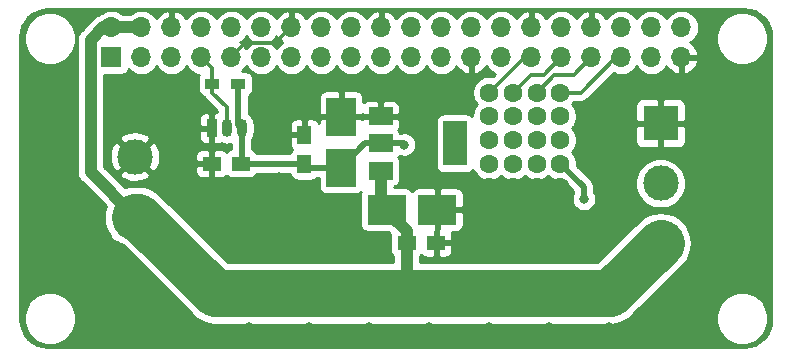
<source format=gtl>
G04 #@! TF.GenerationSoftware,KiCad,Pcbnew,5.0.0-fee4fd1~66~ubuntu16.04.1*
G04 #@! TF.CreationDate,2018-08-08T16:47:19+03:00*
G04 #@! TF.ProjectId,rpi_zero_ws2812,7270695F7A65726F5F7773323831322E,rev?*
G04 #@! TF.SameCoordinates,Original*
G04 #@! TF.FileFunction,Copper,L1,Top,Signal*
G04 #@! TF.FilePolarity,Positive*
%FSLAX46Y46*%
G04 Gerber Fmt 4.6, Leading zero omitted, Abs format (unit mm)*
G04 Created by KiCad (PCBNEW 5.0.0-fee4fd1~66~ubuntu16.04.1) date Wed Aug  8 16:47:19 2018*
%MOMM*%
%LPD*%
G01*
G04 APERTURE LIST*
G04 #@! TA.AperFunction,ComponentPad*
%ADD10C,1.600000*%
G04 #@! TD*
G04 #@! TA.AperFunction,ComponentPad*
%ADD11O,1.700000X1.700000*%
G04 #@! TD*
G04 #@! TA.AperFunction,ComponentPad*
%ADD12R,1.700000X1.700000*%
G04 #@! TD*
G04 #@! TA.AperFunction,SMDPad,CuDef*
%ADD13R,1.500000X1.250000*%
G04 #@! TD*
G04 #@! TA.AperFunction,SMDPad,CuDef*
%ADD14R,3.200000X2.500000*%
G04 #@! TD*
G04 #@! TA.AperFunction,SMDPad,CuDef*
%ADD15R,2.500000X3.200000*%
G04 #@! TD*
G04 #@! TA.AperFunction,SMDPad,CuDef*
%ADD16R,1.250000X1.500000*%
G04 #@! TD*
G04 #@! TA.AperFunction,SMDPad,CuDef*
%ADD17R,2.000000X1.500000*%
G04 #@! TD*
G04 #@! TA.AperFunction,SMDPad,CuDef*
%ADD18R,2.000000X3.800000*%
G04 #@! TD*
G04 #@! TA.AperFunction,SMDPad,CuDef*
%ADD19R,1.200000X0.900000*%
G04 #@! TD*
G04 #@! TA.AperFunction,ComponentPad*
%ADD20R,0.900000X1.500000*%
G04 #@! TD*
G04 #@! TA.AperFunction,ComponentPad*
%ADD21O,0.900000X1.500000*%
G04 #@! TD*
G04 #@! TA.AperFunction,ComponentPad*
%ADD22R,2.999740X2.999740*%
G04 #@! TD*
G04 #@! TA.AperFunction,ComponentPad*
%ADD23C,2.999740*%
G04 #@! TD*
G04 #@! TA.AperFunction,ViaPad*
%ADD24C,0.800000*%
G04 #@! TD*
G04 #@! TA.AperFunction,Conductor*
%ADD25C,0.300000*%
G04 #@! TD*
G04 #@! TA.AperFunction,Conductor*
%ADD26C,0.500000*%
G04 #@! TD*
G04 #@! TA.AperFunction,Conductor*
%ADD27C,1.000000*%
G04 #@! TD*
G04 #@! TA.AperFunction,Conductor*
%ADD28C,4.000000*%
G04 #@! TD*
G04 #@! TA.AperFunction,Conductor*
%ADD29C,0.254000*%
G04 #@! TD*
G04 APERTURE END LIST*
D10*
G04 #@! TO.P,REF\002A\002A,*
G04 #@! TO.N,GND*
X155911880Y-95259420D03*
G04 #@! TD*
G04 #@! TO.P,REF\002A\002A,*
G04 #@! TO.N,GND*
X149911880Y-95259420D03*
G04 #@! TD*
G04 #@! TO.P,REF\002A\002A,*
G04 #@! TO.N,GND*
X151911880Y-95259420D03*
G04 #@! TD*
G04 #@! TO.P,REF\002A\002A,*
G04 #@! TO.N,GND*
X153911880Y-95259420D03*
G04 #@! TD*
G04 #@! TO.P,REF\002A\002A,*
G04 #@! TO.N,*
X155911880Y-87259420D03*
G04 #@! TD*
G04 #@! TO.P,REF\002A\002A,*
G04 #@! TO.N,*
X155911880Y-89259420D03*
G04 #@! TD*
G04 #@! TO.P,REF\002A\002A,*
G04 #@! TO.N,*
X155911880Y-91259420D03*
G04 #@! TD*
G04 #@! TO.P,REF\002A\002A,*
G04 #@! TO.N,+3V3*
X155911880Y-93259420D03*
G04 #@! TD*
G04 #@! TO.P,REF\002A\002A,*
G04 #@! TO.N,*
X153911880Y-87259420D03*
G04 #@! TD*
G04 #@! TO.P,REF\002A\002A,*
G04 #@! TO.N,*
X153911880Y-89259420D03*
G04 #@! TD*
G04 #@! TO.P,REF\002A\002A,*
G04 #@! TO.N,*
X153911880Y-91259420D03*
G04 #@! TD*
G04 #@! TO.P,REF\002A\002A,*
G04 #@! TO.N,+3V3*
X153911880Y-93259420D03*
G04 #@! TD*
G04 #@! TO.P,REF\002A\002A,*
G04 #@! TO.N,*
X151911880Y-87259420D03*
G04 #@! TD*
G04 #@! TO.P,REF\002A\002A,*
G04 #@! TO.N,*
X151911880Y-89259420D03*
G04 #@! TD*
G04 #@! TO.P,REF\002A\002A,*
G04 #@! TO.N,*
X151911880Y-91259420D03*
G04 #@! TD*
G04 #@! TO.P,REF\002A\002A,*
G04 #@! TO.N,+3V3*
X151911880Y-93259420D03*
G04 #@! TD*
G04 #@! TO.P,REF\002A\002A,*
G04 #@! TO.N,*
X149911880Y-87259420D03*
G04 #@! TD*
G04 #@! TO.P,REF\002A\002A,*
G04 #@! TO.N,*
X149911880Y-89259420D03*
G04 #@! TD*
G04 #@! TO.P,REF\002A\002A,*
G04 #@! TO.N,*
X149911880Y-91259420D03*
G04 #@! TD*
G04 #@! TO.P,REF\002A\002A,*
G04 #@! TO.N,+3V3*
X149911880Y-93259420D03*
G04 #@! TD*
D11*
G04 #@! TO.P,J1,40*
G04 #@! TO.N,/WS2812_PCM*
X166171880Y-81719420D03*
G04 #@! TO.P,J1,39*
G04 #@! TO.N,GND*
X166171880Y-84259420D03*
G04 #@! TO.P,J1,38*
G04 #@! TO.N,N/C*
X163631880Y-81719420D03*
G04 #@! TO.P,J1,37*
X163631880Y-84259420D03*
G04 #@! TO.P,J1,36*
X161091880Y-81719420D03*
G04 #@! TO.P,J1,35*
X161091880Y-84259420D03*
G04 #@! TO.P,J1,34*
G04 #@! TO.N,GND*
X158551880Y-81719420D03*
G04 #@! TO.P,J1,33*
G04 #@! TO.N,N/C*
X158551880Y-84259420D03*
G04 #@! TO.P,J1,32*
X156011880Y-81719420D03*
G04 #@! TO.P,J1,31*
X156011880Y-84259420D03*
G04 #@! TO.P,J1,30*
G04 #@! TO.N,GND*
X153471880Y-81719420D03*
G04 #@! TO.P,J1,29*
G04 #@! TO.N,N/C*
X153471880Y-84259420D03*
G04 #@! TO.P,J1,28*
X150931880Y-81719420D03*
G04 #@! TO.P,J1,27*
X150931880Y-84259420D03*
G04 #@! TO.P,J1,26*
X148391880Y-81719420D03*
G04 #@! TO.P,J1,25*
G04 #@! TO.N,GND*
X148391880Y-84259420D03*
G04 #@! TO.P,J1,24*
G04 #@! TO.N,N/C*
X145851880Y-81719420D03*
G04 #@! TO.P,J1,23*
X145851880Y-84259420D03*
G04 #@! TO.P,J1,22*
X143311880Y-81719420D03*
G04 #@! TO.P,J1,21*
X143311880Y-84259420D03*
G04 #@! TO.P,J1,20*
G04 #@! TO.N,GND*
X140771880Y-81719420D03*
G04 #@! TO.P,J1,19*
G04 #@! TO.N,N/C*
X140771880Y-84259420D03*
G04 #@! TO.P,J1,18*
X138231880Y-81719420D03*
G04 #@! TO.P,J1,17*
X138231880Y-84259420D03*
G04 #@! TO.P,J1,16*
X135691880Y-81719420D03*
G04 #@! TO.P,J1,15*
X135691880Y-84259420D03*
G04 #@! TO.P,J1,14*
G04 #@! TO.N,GND*
X133151880Y-81719420D03*
G04 #@! TO.P,J1,13*
G04 #@! TO.N,N/C*
X133151880Y-84259420D03*
G04 #@! TO.P,J1,12*
G04 #@! TO.N,/WS2812_PWM*
X130611880Y-81719420D03*
G04 #@! TO.P,J1,11*
G04 #@! TO.N,N/C*
X130611880Y-84259420D03*
G04 #@! TO.P,J1,10*
X128071880Y-81719420D03*
G04 #@! TO.P,J1,9*
G04 #@! TO.N,GND*
X128071880Y-84259420D03*
G04 #@! TO.P,J1,8*
G04 #@! TO.N,N/C*
X125531880Y-81719420D03*
G04 #@! TO.P,J1,7*
G04 #@! TO.N,/TEMP_SENS*
X125531880Y-84259420D03*
G04 #@! TO.P,J1,6*
G04 #@! TO.N,GND*
X122991880Y-81719420D03*
G04 #@! TO.P,J1,5*
G04 #@! TO.N,N/C*
X122991880Y-84259420D03*
G04 #@! TO.P,J1,4*
G04 #@! TO.N,+5V*
X120451880Y-81719420D03*
G04 #@! TO.P,J1,3*
G04 #@! TO.N,N/C*
X120451880Y-84259420D03*
G04 #@! TO.P,J1,2*
G04 #@! TO.N,+5V*
X117911880Y-81719420D03*
D12*
G04 #@! TO.P,J1,1*
G04 #@! TO.N,N/C*
X117911880Y-84259420D03*
G04 #@! TD*
D13*
G04 #@! TO.P,C3,2*
G04 #@! TO.N,+5V*
X142911880Y-99959420D03*
G04 #@! TO.P,C3,1*
G04 #@! TO.N,GND*
X145411880Y-99959420D03*
G04 #@! TD*
D14*
G04 #@! TO.P,C4,2*
G04 #@! TO.N,GND*
X145511880Y-97159420D03*
G04 #@! TO.P,C4,1*
G04 #@! TO.N,+5V*
X141211880Y-97159420D03*
G04 #@! TD*
D15*
G04 #@! TO.P,C5,1*
G04 #@! TO.N,+3V3*
X137361880Y-93609420D03*
G04 #@! TO.P,C5,2*
G04 #@! TO.N,GND*
X137361880Y-89309420D03*
G04 #@! TD*
D16*
G04 #@! TO.P,C6,1*
G04 #@! TO.N,GND*
X134261880Y-90809420D03*
G04 #@! TO.P,C6,2*
G04 #@! TO.N,+3V3*
X134261880Y-93309420D03*
G04 #@! TD*
D17*
G04 #@! TO.P,U2,1*
G04 #@! TO.N,GND*
X140711880Y-89259420D03*
G04 #@! TO.P,U2,3*
G04 #@! TO.N,+5V*
X140711880Y-93859420D03*
G04 #@! TO.P,U2,2*
G04 #@! TO.N,+3V3*
X140711880Y-91559420D03*
D18*
G04 #@! TO.P,U2,4*
G04 #@! TO.N,N/C*
X147011880Y-91559420D03*
G04 #@! TD*
D13*
G04 #@! TO.P,C7,2*
G04 #@! TO.N,GND*
X126411880Y-93259420D03*
G04 #@! TO.P,C7,1*
G04 #@! TO.N,+3V3*
X128911880Y-93259420D03*
G04 #@! TD*
D19*
G04 #@! TO.P,R11,2*
G04 #@! TO.N,/TEMP_SENS*
X126461880Y-86509420D03*
G04 #@! TO.P,R11,1*
G04 #@! TO.N,+3V3*
X128661880Y-86509420D03*
G04 #@! TD*
D20*
G04 #@! TO.P,U3,1*
G04 #@! TO.N,GND*
X126411880Y-90259420D03*
D21*
G04 #@! TO.P,U3,3*
G04 #@! TO.N,+3V3*
X128951880Y-90259420D03*
G04 #@! TO.P,U3,2*
G04 #@! TO.N,/TEMP_SENS*
X127681880Y-90259420D03*
G04 #@! TD*
D22*
G04 #@! TO.P,J2,1*
G04 #@! TO.N,+5V*
X119911880Y-97759420D03*
D23*
G04 #@! TO.P,J2,2*
G04 #@! TO.N,GND*
X119911880Y-92679420D03*
G04 #@! TD*
D22*
G04 #@! TO.P,J4,1*
G04 #@! TO.N,GND*
X164411880Y-89849420D03*
D23*
G04 #@! TO.P,J4,2*
G04 #@! TO.N,/WS2812_DOUT*
X164411880Y-94929420D03*
G04 #@! TO.P,J4,3*
G04 #@! TO.N,+5V*
X164411880Y-100009420D03*
G04 #@! TD*
D24*
G04 #@! TO.N,GND*
X114316879Y-86804419D03*
X119396879Y-86804419D03*
X124476879Y-86804419D03*
X134636879Y-86804419D03*
X139716879Y-86804419D03*
X144796879Y-86804419D03*
X160036879Y-86804419D03*
X170196879Y-86804419D03*
X111776879Y-89344419D03*
X121936879Y-89344419D03*
X132096879Y-89344419D03*
X167656879Y-89344419D03*
X172736879Y-89344419D03*
X114316879Y-91884419D03*
X124476879Y-91884419D03*
X170196879Y-91884419D03*
X111776879Y-94424419D03*
X121936879Y-94424419D03*
X132096879Y-94424419D03*
X167656879Y-94424419D03*
X172736879Y-94424419D03*
X114316879Y-96964419D03*
X129556879Y-96964419D03*
X134636879Y-96964419D03*
X149876879Y-96964419D03*
X154956879Y-96964419D03*
X170196879Y-96964419D03*
X111776879Y-99504419D03*
X116856879Y-99504419D03*
X132096879Y-99504419D03*
X137176879Y-99504419D03*
X147336879Y-99504419D03*
X152416879Y-99504419D03*
X157496879Y-99504419D03*
X167656879Y-99504419D03*
X172736879Y-99504419D03*
X114316879Y-102044419D03*
X170196879Y-102044419D03*
X116856879Y-104584419D03*
X167656879Y-104584419D03*
X119396879Y-107124419D03*
X124476879Y-107124419D03*
X129556879Y-107124419D03*
X134636879Y-107124419D03*
X139716879Y-107124419D03*
X144796879Y-107124419D03*
X149876879Y-107124419D03*
X154956879Y-107124419D03*
X160036879Y-107124419D03*
X165116879Y-107124419D03*
G04 #@! TO.N,+3V3*
X157911880Y-96259420D03*
X142711880Y-91659420D03*
G04 #@! TO.N,+5V*
X162411880Y-102009420D03*
X159661880Y-104259420D03*
X156161880Y-104259420D03*
X152661880Y-104259420D03*
X149161880Y-104259420D03*
X145661880Y-104259420D03*
X138661880Y-104259420D03*
X142161880Y-104259420D03*
X135161880Y-104259420D03*
X131661880Y-104259420D03*
X128161880Y-104259420D03*
X125161880Y-103009420D03*
X122661880Y-100509420D03*
G04 #@! TD*
D25*
G04 #@! TO.N,*
X152911880Y-84259420D02*
X149911880Y-87259420D01*
X153471880Y-84259420D02*
X152911880Y-84259420D01*
X160661880Y-84259420D02*
X161091880Y-84259420D01*
X153911880Y-87259420D02*
X155411880Y-85759420D01*
X157051880Y-85759420D02*
X158551880Y-84259420D01*
X155411880Y-85759420D02*
X157051880Y-85759420D01*
X151911880Y-87259420D02*
X153411880Y-85759420D01*
X153411880Y-85759420D02*
X154511880Y-85759420D01*
X154511880Y-85759420D02*
X156011880Y-84259420D01*
X155911880Y-87259420D02*
X157661880Y-87259420D01*
X157661880Y-87259420D02*
X160661880Y-84259420D01*
G04 #@! TO.N,GND*
X128071880Y-84259420D02*
X129271881Y-83059419D01*
X129271881Y-83059419D02*
X131811881Y-83059419D01*
X131811881Y-83059419D02*
X132301881Y-82569419D01*
X132301881Y-82569419D02*
X133151880Y-81719420D01*
D26*
G04 #@! TO.N,+3V3*
X128661880Y-89969420D02*
X128951880Y-90259420D01*
X128661880Y-86509420D02*
X128661880Y-89969420D01*
X128951880Y-93219420D02*
X128911880Y-93259420D01*
X128951880Y-90259420D02*
X128951880Y-93219420D01*
X134211880Y-93259420D02*
X134261880Y-93309420D01*
X128911880Y-93259420D02*
X134211880Y-93259420D01*
X134561880Y-93609420D02*
X134261880Y-93309420D01*
X137361880Y-93609420D02*
X134561880Y-93609420D01*
X139411880Y-91559420D02*
X137361880Y-93609420D01*
X140711880Y-91559420D02*
X139411880Y-91559420D01*
X157911880Y-95259420D02*
X157911880Y-96259420D01*
X155911880Y-93259420D02*
X157911880Y-95259420D01*
X140711880Y-91559420D02*
X142611880Y-91559420D01*
X142611880Y-91559420D02*
X142711880Y-91659420D01*
D27*
G04 #@! TO.N,+5V*
X140711880Y-96659420D02*
X141211880Y-97159420D01*
X140711880Y-93859420D02*
X140711880Y-96659420D01*
X120451880Y-81719420D02*
X117911880Y-81719420D01*
X116161880Y-94009420D02*
X119911880Y-97759420D01*
X116161880Y-82759420D02*
X116161880Y-94009420D01*
X117201880Y-81719420D02*
X116161880Y-82759420D01*
X117911880Y-81719420D02*
X117201880Y-81719420D01*
X142911880Y-99959420D02*
X142911880Y-104259420D01*
D28*
X142911880Y-104259420D02*
X160161880Y-104259420D01*
X160161880Y-104259420D02*
X164411880Y-100009420D01*
X119911880Y-97759420D02*
X120161880Y-97759420D01*
X120161880Y-97759420D02*
X126661880Y-104259420D01*
X126661880Y-104259420D02*
X142911880Y-104259420D01*
D27*
X141411880Y-97359420D02*
X141211880Y-97159420D01*
X141411880Y-97509420D02*
X141411880Y-97359420D01*
X142911880Y-99009420D02*
X141411880Y-97509420D01*
X142911880Y-99959420D02*
X142911880Y-99009420D01*
D25*
G04 #@! TO.N,/TEMP_SENS*
X127681880Y-88479420D02*
X127681880Y-90259420D01*
X126461880Y-87259420D02*
X127681880Y-88479420D01*
X126461880Y-86509420D02*
X126461880Y-87259420D01*
X126461880Y-85189420D02*
X125531880Y-84259420D01*
X126461880Y-86509420D02*
X126461880Y-85189420D01*
G04 #@! TD*
D29*
G04 #@! TO.N,GND*
G36*
X171944134Y-80256953D02*
X172371355Y-80385938D01*
X172765384Y-80595446D01*
X173111214Y-80877499D01*
X173395673Y-81221351D01*
X173607929Y-81613910D01*
X173739892Y-82040213D01*
X173790000Y-82516964D01*
X173790001Y-106015114D01*
X173790000Y-106015124D01*
X173790000Y-106465279D01*
X173743048Y-106944133D01*
X173614063Y-107371353D01*
X173404554Y-107765384D01*
X173122501Y-108111214D01*
X172778651Y-108395672D01*
X172386093Y-108607927D01*
X171959788Y-108739891D01*
X171483036Y-108790000D01*
X112534721Y-108790000D01*
X112055867Y-108743048D01*
X111628647Y-108614063D01*
X111234616Y-108404554D01*
X110888786Y-108122501D01*
X110604328Y-107778651D01*
X110392073Y-107386093D01*
X110260109Y-106959788D01*
X110210000Y-106483036D01*
X110210000Y-106139292D01*
X110476880Y-106139292D01*
X110476880Y-106579548D01*
X110562770Y-107011345D01*
X110731249Y-107418089D01*
X110975842Y-107784149D01*
X111287151Y-108095458D01*
X111653211Y-108340051D01*
X112059955Y-108508530D01*
X112491752Y-108594420D01*
X112932008Y-108594420D01*
X113363805Y-108508530D01*
X113770549Y-108340051D01*
X114136609Y-108095458D01*
X114447918Y-107784149D01*
X114692511Y-107418089D01*
X114860990Y-107011345D01*
X114946880Y-106579548D01*
X114946880Y-106139292D01*
X114860990Y-105707495D01*
X114692511Y-105300751D01*
X114447918Y-104934691D01*
X114136609Y-104623382D01*
X113770549Y-104378789D01*
X113363805Y-104210310D01*
X112932008Y-104124420D01*
X112491752Y-104124420D01*
X112059955Y-104210310D01*
X111653211Y-104378789D01*
X111287151Y-104623382D01*
X110975842Y-104934691D01*
X110731249Y-105300751D01*
X110562770Y-105707495D01*
X110476880Y-106139292D01*
X110210000Y-106139292D01*
X110210000Y-82534721D01*
X110219357Y-82439292D01*
X110476880Y-82439292D01*
X110476880Y-82879548D01*
X110562770Y-83311345D01*
X110731249Y-83718089D01*
X110975842Y-84084149D01*
X111287151Y-84395458D01*
X111653211Y-84640051D01*
X112059955Y-84808530D01*
X112491752Y-84894420D01*
X112932008Y-84894420D01*
X113363805Y-84808530D01*
X113770549Y-84640051D01*
X114136609Y-84395458D01*
X114447918Y-84084149D01*
X114692511Y-83718089D01*
X114860990Y-83311345D01*
X114946880Y-82879548D01*
X114946880Y-82759420D01*
X115021389Y-82759420D01*
X115026880Y-82815172D01*
X115026881Y-93953659D01*
X115021389Y-94009420D01*
X115043303Y-94231918D01*
X115108204Y-94445866D01*
X115142808Y-94510605D01*
X115213597Y-94643043D01*
X115355432Y-94815869D01*
X115398740Y-94851411D01*
X117425605Y-96878277D01*
X117315007Y-97242870D01*
X117264131Y-97759420D01*
X117315007Y-98275970D01*
X117465679Y-98772670D01*
X117710357Y-99230431D01*
X117779379Y-99314534D01*
X117786198Y-99383772D01*
X117822508Y-99503470D01*
X117881473Y-99613784D01*
X117960825Y-99710475D01*
X118057516Y-99789827D01*
X118167830Y-99848792D01*
X118287528Y-99885102D01*
X118356766Y-99891921D01*
X118440869Y-99960943D01*
X118862107Y-100186099D01*
X124707126Y-106031119D01*
X124789639Y-106131661D01*
X125190869Y-106460943D01*
X125648630Y-106705621D01*
X126145329Y-106856293D01*
X126196838Y-106861366D01*
X126532438Y-106894420D01*
X126532445Y-106894420D01*
X126661879Y-106907168D01*
X126791313Y-106894420D01*
X160032446Y-106894420D01*
X160161880Y-106907168D01*
X160291314Y-106894420D01*
X160291322Y-106894420D01*
X160678430Y-106856293D01*
X161175130Y-106705621D01*
X161632891Y-106460943D01*
X162024822Y-106139292D01*
X169076880Y-106139292D01*
X169076880Y-106579548D01*
X169162770Y-107011345D01*
X169331249Y-107418089D01*
X169575842Y-107784149D01*
X169887151Y-108095458D01*
X170253211Y-108340051D01*
X170659955Y-108508530D01*
X171091752Y-108594420D01*
X171532008Y-108594420D01*
X171963805Y-108508530D01*
X172370549Y-108340051D01*
X172736609Y-108095458D01*
X173047918Y-107784149D01*
X173292511Y-107418089D01*
X173460990Y-107011345D01*
X173546880Y-106579548D01*
X173546880Y-106139292D01*
X173460990Y-105707495D01*
X173292511Y-105300751D01*
X173047918Y-104934691D01*
X172736609Y-104623382D01*
X172370549Y-104378789D01*
X171963805Y-104210310D01*
X171532008Y-104124420D01*
X171091752Y-104124420D01*
X170659955Y-104210310D01*
X170253211Y-104378789D01*
X169887151Y-104623382D01*
X169575842Y-104934691D01*
X169331249Y-105300751D01*
X169162770Y-105707495D01*
X169076880Y-106139292D01*
X162024822Y-106139292D01*
X162034121Y-106131661D01*
X162116638Y-106031114D01*
X166366635Y-101781117D01*
X166613402Y-101480431D01*
X166858081Y-101022670D01*
X167008753Y-100525970D01*
X167059628Y-100009420D01*
X167008753Y-99492870D01*
X166858081Y-98996171D01*
X166613402Y-98538410D01*
X166284121Y-98137179D01*
X165882890Y-97807898D01*
X165425129Y-97563219D01*
X164928430Y-97412547D01*
X164411880Y-97361672D01*
X163895330Y-97412547D01*
X163398630Y-97563219D01*
X162940869Y-97807898D01*
X162640183Y-98054665D01*
X159070428Y-101624420D01*
X144046880Y-101624420D01*
X144046880Y-101089921D01*
X144113065Y-101035605D01*
X144160788Y-100977454D01*
X144168643Y-100989209D01*
X144257091Y-101077657D01*
X144361095Y-101147150D01*
X144476657Y-101195017D01*
X144599338Y-101219420D01*
X145126130Y-101219420D01*
X145284880Y-101060670D01*
X145284880Y-100086420D01*
X145538880Y-100086420D01*
X145538880Y-101060670D01*
X145697630Y-101219420D01*
X146224422Y-101219420D01*
X146347103Y-101195017D01*
X146462665Y-101147150D01*
X146566669Y-101077657D01*
X146655117Y-100989209D01*
X146724610Y-100885205D01*
X146772477Y-100769643D01*
X146796880Y-100646962D01*
X146796880Y-100245170D01*
X146638130Y-100086420D01*
X145538880Y-100086420D01*
X145284880Y-100086420D01*
X145264880Y-100086420D01*
X145264880Y-99832420D01*
X145284880Y-99832420D01*
X145284880Y-98985670D01*
X145384880Y-98885670D01*
X145384880Y-98858170D01*
X145538880Y-98858170D01*
X145538880Y-99832420D01*
X146638130Y-99832420D01*
X146796880Y-99673670D01*
X146796880Y-99271878D01*
X146772477Y-99149197D01*
X146729077Y-99044420D01*
X147174422Y-99044420D01*
X147297103Y-99020017D01*
X147412665Y-98972150D01*
X147516669Y-98902657D01*
X147605117Y-98814209D01*
X147674610Y-98710205D01*
X147722477Y-98594643D01*
X147746880Y-98471962D01*
X147746880Y-97445170D01*
X147588130Y-97286420D01*
X145638880Y-97286420D01*
X145638880Y-98758170D01*
X145538880Y-98858170D01*
X145384880Y-98858170D01*
X145384880Y-97286420D01*
X145364880Y-97286420D01*
X145364880Y-97032420D01*
X145384880Y-97032420D01*
X145384880Y-95433170D01*
X145638880Y-95433170D01*
X145638880Y-97032420D01*
X147588130Y-97032420D01*
X147746880Y-96873670D01*
X147746880Y-95846878D01*
X147722477Y-95724197D01*
X147674610Y-95608635D01*
X147605117Y-95504631D01*
X147516669Y-95416183D01*
X147412665Y-95346690D01*
X147297103Y-95298823D01*
X147174422Y-95274420D01*
X145797630Y-95274420D01*
X145638880Y-95433170D01*
X145384880Y-95433170D01*
X145226130Y-95274420D01*
X143849338Y-95274420D01*
X143726657Y-95298823D01*
X143611095Y-95346690D01*
X143507091Y-95416183D01*
X143418643Y-95504631D01*
X143361359Y-95590363D01*
X143342417Y-95554926D01*
X143263065Y-95458235D01*
X143166374Y-95378883D01*
X143056060Y-95319918D01*
X142936362Y-95283608D01*
X142811880Y-95271348D01*
X141846880Y-95271348D01*
X141846880Y-95232041D01*
X141956060Y-95198922D01*
X142066374Y-95139957D01*
X142163065Y-95060605D01*
X142242417Y-94963914D01*
X142301382Y-94853600D01*
X142337692Y-94733902D01*
X142349952Y-94609420D01*
X142349952Y-93109420D01*
X142337692Y-92984938D01*
X142301382Y-92865240D01*
X142242417Y-92754926D01*
X142205071Y-92709420D01*
X142242417Y-92663914D01*
X142276848Y-92599500D01*
X142409982Y-92654646D01*
X142609941Y-92694420D01*
X142813819Y-92694420D01*
X143013778Y-92654646D01*
X143202136Y-92576625D01*
X143371654Y-92463357D01*
X143515817Y-92319194D01*
X143629085Y-92149676D01*
X143707106Y-91961318D01*
X143746880Y-91761359D01*
X143746880Y-91557481D01*
X143707106Y-91357522D01*
X143629085Y-91169164D01*
X143515817Y-90999646D01*
X143371654Y-90855483D01*
X143202136Y-90742215D01*
X143013778Y-90664194D01*
X142813819Y-90624420D01*
X142609941Y-90624420D01*
X142409982Y-90664194D01*
X142385294Y-90674420D01*
X142334501Y-90674420D01*
X142301382Y-90565240D01*
X142242417Y-90454926D01*
X142206860Y-90411600D01*
X142274610Y-90310205D01*
X142322477Y-90194643D01*
X142346880Y-90071962D01*
X142346880Y-89545170D01*
X142188130Y-89386420D01*
X140838880Y-89386420D01*
X140838880Y-89406420D01*
X140584880Y-89406420D01*
X140584880Y-89386420D01*
X139235630Y-89386420D01*
X139136880Y-89485170D01*
X139088130Y-89436420D01*
X137488880Y-89436420D01*
X137488880Y-89456420D01*
X137234880Y-89456420D01*
X137234880Y-89436420D01*
X135635630Y-89436420D01*
X135476880Y-89595170D01*
X135476880Y-89824471D01*
X135449610Y-89758635D01*
X135380117Y-89654631D01*
X135291669Y-89566183D01*
X135187665Y-89496690D01*
X135072103Y-89448823D01*
X134949422Y-89424420D01*
X134547630Y-89424420D01*
X134388880Y-89583170D01*
X134388880Y-90682420D01*
X134408880Y-90682420D01*
X134408880Y-90936420D01*
X134388880Y-90936420D01*
X134388880Y-90956420D01*
X134134880Y-90956420D01*
X134134880Y-90936420D01*
X133160630Y-90936420D01*
X133001880Y-91095170D01*
X133001880Y-91621962D01*
X133026283Y-91744643D01*
X133074150Y-91860205D01*
X133143643Y-91964209D01*
X133232091Y-92052657D01*
X133243846Y-92060512D01*
X133185695Y-92108235D01*
X133106343Y-92204926D01*
X133047378Y-92315240D01*
X133029426Y-92374420D01*
X130242926Y-92374420D01*
X130192417Y-92279926D01*
X130113065Y-92183235D01*
X130016374Y-92103883D01*
X129906060Y-92044918D01*
X129836880Y-92023932D01*
X129836880Y-91191339D01*
X129858389Y-91165130D01*
X129959139Y-90976640D01*
X130021180Y-90772117D01*
X130036880Y-90612714D01*
X130036880Y-89996878D01*
X133001880Y-89996878D01*
X133001880Y-90523670D01*
X133160630Y-90682420D01*
X134134880Y-90682420D01*
X134134880Y-89583170D01*
X133976130Y-89424420D01*
X133574338Y-89424420D01*
X133451657Y-89448823D01*
X133336095Y-89496690D01*
X133232091Y-89566183D01*
X133143643Y-89654631D01*
X133074150Y-89758635D01*
X133026283Y-89874197D01*
X133001880Y-89996878D01*
X130036880Y-89996878D01*
X130036880Y-89906127D01*
X130021180Y-89746724D01*
X129959139Y-89542201D01*
X129858389Y-89353710D01*
X129722802Y-89188498D01*
X129557590Y-89052911D01*
X129546880Y-89047186D01*
X129546880Y-87646878D01*
X135476880Y-87646878D01*
X135476880Y-89023670D01*
X135635630Y-89182420D01*
X137234880Y-89182420D01*
X137234880Y-87233170D01*
X137488880Y-87233170D01*
X137488880Y-89182420D01*
X139088130Y-89182420D01*
X139186880Y-89083670D01*
X139235630Y-89132420D01*
X140584880Y-89132420D01*
X140584880Y-88033170D01*
X140838880Y-88033170D01*
X140838880Y-89132420D01*
X142188130Y-89132420D01*
X142346880Y-88973670D01*
X142346880Y-88446878D01*
X142322477Y-88324197D01*
X142274610Y-88208635D01*
X142205117Y-88104631D01*
X142116669Y-88016183D01*
X142012665Y-87946690D01*
X141897103Y-87898823D01*
X141774422Y-87874420D01*
X140997630Y-87874420D01*
X140838880Y-88033170D01*
X140584880Y-88033170D01*
X140426130Y-87874420D01*
X139649338Y-87874420D01*
X139526657Y-87898823D01*
X139411095Y-87946690D01*
X139307091Y-88016183D01*
X139246880Y-88076394D01*
X139246880Y-87646878D01*
X139222477Y-87524197D01*
X139174610Y-87408635D01*
X139105117Y-87304631D01*
X139016669Y-87216183D01*
X138912665Y-87146690D01*
X138797103Y-87098823D01*
X138674422Y-87074420D01*
X137647630Y-87074420D01*
X137488880Y-87233170D01*
X137234880Y-87233170D01*
X137076130Y-87074420D01*
X136049338Y-87074420D01*
X135926657Y-87098823D01*
X135811095Y-87146690D01*
X135707091Y-87216183D01*
X135618643Y-87304631D01*
X135549150Y-87408635D01*
X135501283Y-87524197D01*
X135476880Y-87646878D01*
X129546880Y-87646878D01*
X129546880Y-87527103D01*
X129616374Y-87489957D01*
X129713065Y-87410605D01*
X129792417Y-87313914D01*
X129851382Y-87203600D01*
X129887692Y-87083902D01*
X129899952Y-86959420D01*
X129899952Y-86059420D01*
X129887692Y-85934938D01*
X129851382Y-85815240D01*
X129792417Y-85704926D01*
X129713065Y-85608235D01*
X129616374Y-85528883D01*
X129506060Y-85469918D01*
X129386362Y-85433608D01*
X129261880Y-85421348D01*
X128985890Y-85421348D01*
X129072149Y-85357008D01*
X129267058Y-85140775D01*
X129336679Y-85023897D01*
X129371174Y-85088434D01*
X129556746Y-85314554D01*
X129782866Y-85500126D01*
X130040846Y-85638019D01*
X130320769Y-85722933D01*
X130538930Y-85744420D01*
X130684830Y-85744420D01*
X130902991Y-85722933D01*
X131182914Y-85638019D01*
X131440894Y-85500126D01*
X131667014Y-85314554D01*
X131852586Y-85088434D01*
X131881880Y-85033629D01*
X131911174Y-85088434D01*
X132096746Y-85314554D01*
X132322866Y-85500126D01*
X132580846Y-85638019D01*
X132860769Y-85722933D01*
X133078930Y-85744420D01*
X133224830Y-85744420D01*
X133442991Y-85722933D01*
X133722914Y-85638019D01*
X133980894Y-85500126D01*
X134207014Y-85314554D01*
X134392586Y-85088434D01*
X134421880Y-85033629D01*
X134451174Y-85088434D01*
X134636746Y-85314554D01*
X134862866Y-85500126D01*
X135120846Y-85638019D01*
X135400769Y-85722933D01*
X135618930Y-85744420D01*
X135764830Y-85744420D01*
X135982991Y-85722933D01*
X136262914Y-85638019D01*
X136520894Y-85500126D01*
X136747014Y-85314554D01*
X136932586Y-85088434D01*
X136961880Y-85033629D01*
X136991174Y-85088434D01*
X137176746Y-85314554D01*
X137402866Y-85500126D01*
X137660846Y-85638019D01*
X137940769Y-85722933D01*
X138158930Y-85744420D01*
X138304830Y-85744420D01*
X138522991Y-85722933D01*
X138802914Y-85638019D01*
X139060894Y-85500126D01*
X139287014Y-85314554D01*
X139472586Y-85088434D01*
X139501880Y-85033629D01*
X139531174Y-85088434D01*
X139716746Y-85314554D01*
X139942866Y-85500126D01*
X140200846Y-85638019D01*
X140480769Y-85722933D01*
X140698930Y-85744420D01*
X140844830Y-85744420D01*
X141062991Y-85722933D01*
X141342914Y-85638019D01*
X141600894Y-85500126D01*
X141827014Y-85314554D01*
X142012586Y-85088434D01*
X142041880Y-85033629D01*
X142071174Y-85088434D01*
X142256746Y-85314554D01*
X142482866Y-85500126D01*
X142740846Y-85638019D01*
X143020769Y-85722933D01*
X143238930Y-85744420D01*
X143384830Y-85744420D01*
X143602991Y-85722933D01*
X143882914Y-85638019D01*
X144140894Y-85500126D01*
X144367014Y-85314554D01*
X144552586Y-85088434D01*
X144581880Y-85033629D01*
X144611174Y-85088434D01*
X144796746Y-85314554D01*
X145022866Y-85500126D01*
X145280846Y-85638019D01*
X145560769Y-85722933D01*
X145778930Y-85744420D01*
X145924830Y-85744420D01*
X146142991Y-85722933D01*
X146422914Y-85638019D01*
X146680894Y-85500126D01*
X146907014Y-85314554D01*
X147092586Y-85088434D01*
X147127081Y-85023897D01*
X147196702Y-85140775D01*
X147391611Y-85357008D01*
X147624960Y-85531061D01*
X147887781Y-85656245D01*
X148034990Y-85700896D01*
X148264880Y-85579575D01*
X148264880Y-84386420D01*
X148244880Y-84386420D01*
X148244880Y-84132420D01*
X148264880Y-84132420D01*
X148264880Y-84112420D01*
X148518880Y-84112420D01*
X148518880Y-84132420D01*
X148538880Y-84132420D01*
X148538880Y-84386420D01*
X148518880Y-84386420D01*
X148518880Y-85579575D01*
X148748770Y-85700896D01*
X148895979Y-85656245D01*
X149158800Y-85531061D01*
X149392149Y-85357008D01*
X149587058Y-85140775D01*
X149656679Y-85023897D01*
X149691174Y-85088434D01*
X149876746Y-85314554D01*
X150102866Y-85500126D01*
X150360846Y-85638019D01*
X150408629Y-85652514D01*
X150206277Y-85854866D01*
X150053215Y-85824420D01*
X149770545Y-85824420D01*
X149493306Y-85879567D01*
X149232153Y-85987740D01*
X148997121Y-86144783D01*
X148797243Y-86344661D01*
X148640200Y-86579693D01*
X148532027Y-86840846D01*
X148476880Y-87118085D01*
X148476880Y-87400755D01*
X148532027Y-87677994D01*
X148640200Y-87939147D01*
X148797243Y-88174179D01*
X148882484Y-88259420D01*
X148797243Y-88344661D01*
X148640200Y-88579693D01*
X148532027Y-88840846D01*
X148476880Y-89118085D01*
X148476880Y-89225069D01*
X148463065Y-89208235D01*
X148366374Y-89128883D01*
X148256060Y-89069918D01*
X148136362Y-89033608D01*
X148011880Y-89021348D01*
X146011880Y-89021348D01*
X145887398Y-89033608D01*
X145767700Y-89069918D01*
X145657386Y-89128883D01*
X145560695Y-89208235D01*
X145481343Y-89304926D01*
X145422378Y-89415240D01*
X145386068Y-89534938D01*
X145373808Y-89659420D01*
X145373808Y-93459420D01*
X145386068Y-93583902D01*
X145422378Y-93703600D01*
X145481343Y-93813914D01*
X145560695Y-93910605D01*
X145657386Y-93989957D01*
X145767700Y-94048922D01*
X145887398Y-94085232D01*
X146011880Y-94097492D01*
X148011880Y-94097492D01*
X148136362Y-94085232D01*
X148256060Y-94048922D01*
X148366374Y-93989957D01*
X148463065Y-93910605D01*
X148542417Y-93813914D01*
X148568283Y-93765523D01*
X148640200Y-93939147D01*
X148797243Y-94174179D01*
X148997121Y-94374057D01*
X149232153Y-94531100D01*
X149493306Y-94639273D01*
X149770545Y-94694420D01*
X150053215Y-94694420D01*
X150330454Y-94639273D01*
X150591607Y-94531100D01*
X150826639Y-94374057D01*
X150911880Y-94288816D01*
X150997121Y-94374057D01*
X151232153Y-94531100D01*
X151493306Y-94639273D01*
X151770545Y-94694420D01*
X152053215Y-94694420D01*
X152330454Y-94639273D01*
X152591607Y-94531100D01*
X152826639Y-94374057D01*
X152911880Y-94288816D01*
X152997121Y-94374057D01*
X153232153Y-94531100D01*
X153493306Y-94639273D01*
X153770545Y-94694420D01*
X154053215Y-94694420D01*
X154330454Y-94639273D01*
X154591607Y-94531100D01*
X154826639Y-94374057D01*
X154911880Y-94288816D01*
X154997121Y-94374057D01*
X155232153Y-94531100D01*
X155493306Y-94639273D01*
X155770545Y-94694420D01*
X156053215Y-94694420D01*
X156088319Y-94687437D01*
X157026880Y-95625999D01*
X157026880Y-95720965D01*
X156994675Y-95769164D01*
X156916654Y-95957522D01*
X156876880Y-96157481D01*
X156876880Y-96361359D01*
X156916654Y-96561318D01*
X156994675Y-96749676D01*
X157107943Y-96919194D01*
X157252106Y-97063357D01*
X157421624Y-97176625D01*
X157609982Y-97254646D01*
X157809941Y-97294420D01*
X158013819Y-97294420D01*
X158213778Y-97254646D01*
X158402136Y-97176625D01*
X158571654Y-97063357D01*
X158715817Y-96919194D01*
X158829085Y-96749676D01*
X158907106Y-96561318D01*
X158946880Y-96361359D01*
X158946880Y-96157481D01*
X158907106Y-95957522D01*
X158829085Y-95769164D01*
X158796880Y-95720966D01*
X158796880Y-95302885D01*
X158801161Y-95259419D01*
X158796880Y-95215953D01*
X158796880Y-95215943D01*
X158784075Y-95085930D01*
X158733469Y-94919107D01*
X158651291Y-94765361D01*
X158613370Y-94719154D01*
X162277010Y-94719154D01*
X162277010Y-95139686D01*
X162359052Y-95552139D01*
X162519983Y-95940660D01*
X162753618Y-96290320D01*
X163050980Y-96587682D01*
X163400640Y-96821317D01*
X163789161Y-96982248D01*
X164201614Y-97064290D01*
X164622146Y-97064290D01*
X165034599Y-96982248D01*
X165423120Y-96821317D01*
X165772780Y-96587682D01*
X166070142Y-96290320D01*
X166303777Y-95940660D01*
X166464708Y-95552139D01*
X166546750Y-95139686D01*
X166546750Y-94719154D01*
X166464708Y-94306701D01*
X166303777Y-93918180D01*
X166070142Y-93568520D01*
X165772780Y-93271158D01*
X165423120Y-93037523D01*
X165034599Y-92876592D01*
X164622146Y-92794550D01*
X164201614Y-92794550D01*
X163789161Y-92876592D01*
X163400640Y-93037523D01*
X163050980Y-93271158D01*
X162753618Y-93568520D01*
X162519983Y-93918180D01*
X162359052Y-94306701D01*
X162277010Y-94719154D01*
X158613370Y-94719154D01*
X158593071Y-94694420D01*
X158568412Y-94664373D01*
X158568410Y-94664371D01*
X158540697Y-94630603D01*
X158506930Y-94602891D01*
X157339897Y-93435859D01*
X157346880Y-93400755D01*
X157346880Y-93118085D01*
X157291733Y-92840846D01*
X157183560Y-92579693D01*
X157026517Y-92344661D01*
X156941276Y-92259420D01*
X157026517Y-92174179D01*
X157183560Y-91939147D01*
X157291733Y-91677994D01*
X157346880Y-91400755D01*
X157346880Y-91118085D01*
X157291733Y-90840846D01*
X157183560Y-90579693D01*
X157026517Y-90344661D01*
X156941276Y-90259420D01*
X157026517Y-90174179D01*
X157052581Y-90135170D01*
X162277010Y-90135170D01*
X162277010Y-91411832D01*
X162301413Y-91534513D01*
X162349280Y-91650075D01*
X162418773Y-91754079D01*
X162507221Y-91842527D01*
X162611225Y-91912020D01*
X162726787Y-91959887D01*
X162849468Y-91984290D01*
X164126130Y-91984290D01*
X164284880Y-91825540D01*
X164284880Y-89976420D01*
X164538880Y-89976420D01*
X164538880Y-91825540D01*
X164697630Y-91984290D01*
X165974292Y-91984290D01*
X166096973Y-91959887D01*
X166212535Y-91912020D01*
X166316539Y-91842527D01*
X166404987Y-91754079D01*
X166474480Y-91650075D01*
X166522347Y-91534513D01*
X166546750Y-91411832D01*
X166546750Y-90135170D01*
X166388000Y-89976420D01*
X164538880Y-89976420D01*
X164284880Y-89976420D01*
X162435760Y-89976420D01*
X162277010Y-90135170D01*
X157052581Y-90135170D01*
X157183560Y-89939147D01*
X157291733Y-89677994D01*
X157346880Y-89400755D01*
X157346880Y-89118085D01*
X157291733Y-88840846D01*
X157183560Y-88579693D01*
X157026517Y-88344661D01*
X156968864Y-88287008D01*
X162277010Y-88287008D01*
X162277010Y-89563670D01*
X162435760Y-89722420D01*
X164284880Y-89722420D01*
X164284880Y-87873300D01*
X164538880Y-87873300D01*
X164538880Y-89722420D01*
X166388000Y-89722420D01*
X166546750Y-89563670D01*
X166546750Y-88287008D01*
X166522347Y-88164327D01*
X166474480Y-88048765D01*
X166404987Y-87944761D01*
X166316539Y-87856313D01*
X166212535Y-87786820D01*
X166096973Y-87738953D01*
X165974292Y-87714550D01*
X164697630Y-87714550D01*
X164538880Y-87873300D01*
X164284880Y-87873300D01*
X164126130Y-87714550D01*
X162849468Y-87714550D01*
X162726787Y-87738953D01*
X162611225Y-87786820D01*
X162507221Y-87856313D01*
X162418773Y-87944761D01*
X162349280Y-88048765D01*
X162301413Y-88164327D01*
X162277010Y-88287008D01*
X156968864Y-88287008D01*
X156941276Y-88259420D01*
X157026517Y-88174179D01*
X157113219Y-88044420D01*
X157623327Y-88044420D01*
X157661880Y-88048217D01*
X157700433Y-88044420D01*
X157700441Y-88044420D01*
X157815767Y-88033061D01*
X157963740Y-87988174D01*
X158100113Y-87915282D01*
X158219644Y-87817184D01*
X158244227Y-87787230D01*
X160437818Y-85593639D01*
X160520846Y-85638019D01*
X160800769Y-85722933D01*
X161018930Y-85744420D01*
X161164830Y-85744420D01*
X161382991Y-85722933D01*
X161662914Y-85638019D01*
X161920894Y-85500126D01*
X162147014Y-85314554D01*
X162332586Y-85088434D01*
X162361880Y-85033629D01*
X162391174Y-85088434D01*
X162576746Y-85314554D01*
X162802866Y-85500126D01*
X163060846Y-85638019D01*
X163340769Y-85722933D01*
X163558930Y-85744420D01*
X163704830Y-85744420D01*
X163922991Y-85722933D01*
X164202914Y-85638019D01*
X164460894Y-85500126D01*
X164687014Y-85314554D01*
X164872586Y-85088434D01*
X164907081Y-85023897D01*
X164976702Y-85140775D01*
X165171611Y-85357008D01*
X165404960Y-85531061D01*
X165667781Y-85656245D01*
X165814990Y-85700896D01*
X166044880Y-85579575D01*
X166044880Y-84386420D01*
X166298880Y-84386420D01*
X166298880Y-85579575D01*
X166528770Y-85700896D01*
X166675979Y-85656245D01*
X166938800Y-85531061D01*
X167172149Y-85357008D01*
X167367058Y-85140775D01*
X167516037Y-84890672D01*
X167613361Y-84616311D01*
X167492694Y-84386420D01*
X166298880Y-84386420D01*
X166044880Y-84386420D01*
X166024880Y-84386420D01*
X166024880Y-84132420D01*
X166044880Y-84132420D01*
X166044880Y-84112420D01*
X166298880Y-84112420D01*
X166298880Y-84132420D01*
X167492694Y-84132420D01*
X167613361Y-83902529D01*
X167516037Y-83628168D01*
X167367058Y-83378065D01*
X167172149Y-83161832D01*
X166943124Y-82991004D01*
X167000894Y-82960126D01*
X167227014Y-82774554D01*
X167412586Y-82548434D01*
X167470923Y-82439292D01*
X169076880Y-82439292D01*
X169076880Y-82879548D01*
X169162770Y-83311345D01*
X169331249Y-83718089D01*
X169575842Y-84084149D01*
X169887151Y-84395458D01*
X170253211Y-84640051D01*
X170659955Y-84808530D01*
X171091752Y-84894420D01*
X171532008Y-84894420D01*
X171963805Y-84808530D01*
X172370549Y-84640051D01*
X172736609Y-84395458D01*
X173047918Y-84084149D01*
X173292511Y-83718089D01*
X173460990Y-83311345D01*
X173546880Y-82879548D01*
X173546880Y-82439292D01*
X173460990Y-82007495D01*
X173292511Y-81600751D01*
X173047918Y-81234691D01*
X172736609Y-80923382D01*
X172370549Y-80678789D01*
X171963805Y-80510310D01*
X171532008Y-80424420D01*
X171091752Y-80424420D01*
X170659955Y-80510310D01*
X170253211Y-80678789D01*
X169887151Y-80923382D01*
X169575842Y-81234691D01*
X169331249Y-81600751D01*
X169162770Y-82007495D01*
X169076880Y-82439292D01*
X167470923Y-82439292D01*
X167550479Y-82290454D01*
X167635393Y-82010531D01*
X167664065Y-81719420D01*
X167635393Y-81428309D01*
X167550479Y-81148386D01*
X167412586Y-80890406D01*
X167227014Y-80664286D01*
X167000894Y-80478714D01*
X166742914Y-80340821D01*
X166462991Y-80255907D01*
X166244830Y-80234420D01*
X166098930Y-80234420D01*
X165880769Y-80255907D01*
X165600846Y-80340821D01*
X165342866Y-80478714D01*
X165116746Y-80664286D01*
X164931174Y-80890406D01*
X164901880Y-80945211D01*
X164872586Y-80890406D01*
X164687014Y-80664286D01*
X164460894Y-80478714D01*
X164202914Y-80340821D01*
X163922991Y-80255907D01*
X163704830Y-80234420D01*
X163558930Y-80234420D01*
X163340769Y-80255907D01*
X163060846Y-80340821D01*
X162802866Y-80478714D01*
X162576746Y-80664286D01*
X162391174Y-80890406D01*
X162361880Y-80945211D01*
X162332586Y-80890406D01*
X162147014Y-80664286D01*
X161920894Y-80478714D01*
X161662914Y-80340821D01*
X161382991Y-80255907D01*
X161164830Y-80234420D01*
X161018930Y-80234420D01*
X160800769Y-80255907D01*
X160520846Y-80340821D01*
X160262866Y-80478714D01*
X160036746Y-80664286D01*
X159851174Y-80890406D01*
X159816679Y-80954943D01*
X159747058Y-80838065D01*
X159552149Y-80621832D01*
X159318800Y-80447779D01*
X159055979Y-80322595D01*
X158908770Y-80277944D01*
X158678880Y-80399265D01*
X158678880Y-81592420D01*
X158698880Y-81592420D01*
X158698880Y-81846420D01*
X158678880Y-81846420D01*
X158678880Y-81866420D01*
X158424880Y-81866420D01*
X158424880Y-81846420D01*
X158404880Y-81846420D01*
X158404880Y-81592420D01*
X158424880Y-81592420D01*
X158424880Y-80399265D01*
X158194990Y-80277944D01*
X158047781Y-80322595D01*
X157784960Y-80447779D01*
X157551611Y-80621832D01*
X157356702Y-80838065D01*
X157287081Y-80954943D01*
X157252586Y-80890406D01*
X157067014Y-80664286D01*
X156840894Y-80478714D01*
X156582914Y-80340821D01*
X156302991Y-80255907D01*
X156084830Y-80234420D01*
X155938930Y-80234420D01*
X155720769Y-80255907D01*
X155440846Y-80340821D01*
X155182866Y-80478714D01*
X154956746Y-80664286D01*
X154771174Y-80890406D01*
X154736679Y-80954943D01*
X154667058Y-80838065D01*
X154472149Y-80621832D01*
X154238800Y-80447779D01*
X153975979Y-80322595D01*
X153828770Y-80277944D01*
X153598880Y-80399265D01*
X153598880Y-81592420D01*
X153618880Y-81592420D01*
X153618880Y-81846420D01*
X153598880Y-81846420D01*
X153598880Y-81866420D01*
X153344880Y-81866420D01*
X153344880Y-81846420D01*
X153324880Y-81846420D01*
X153324880Y-81592420D01*
X153344880Y-81592420D01*
X153344880Y-80399265D01*
X153114990Y-80277944D01*
X152967781Y-80322595D01*
X152704960Y-80447779D01*
X152471611Y-80621832D01*
X152276702Y-80838065D01*
X152207081Y-80954943D01*
X152172586Y-80890406D01*
X151987014Y-80664286D01*
X151760894Y-80478714D01*
X151502914Y-80340821D01*
X151222991Y-80255907D01*
X151004830Y-80234420D01*
X150858930Y-80234420D01*
X150640769Y-80255907D01*
X150360846Y-80340821D01*
X150102866Y-80478714D01*
X149876746Y-80664286D01*
X149691174Y-80890406D01*
X149661880Y-80945211D01*
X149632586Y-80890406D01*
X149447014Y-80664286D01*
X149220894Y-80478714D01*
X148962914Y-80340821D01*
X148682991Y-80255907D01*
X148464830Y-80234420D01*
X148318930Y-80234420D01*
X148100769Y-80255907D01*
X147820846Y-80340821D01*
X147562866Y-80478714D01*
X147336746Y-80664286D01*
X147151174Y-80890406D01*
X147121880Y-80945211D01*
X147092586Y-80890406D01*
X146907014Y-80664286D01*
X146680894Y-80478714D01*
X146422914Y-80340821D01*
X146142991Y-80255907D01*
X145924830Y-80234420D01*
X145778930Y-80234420D01*
X145560769Y-80255907D01*
X145280846Y-80340821D01*
X145022866Y-80478714D01*
X144796746Y-80664286D01*
X144611174Y-80890406D01*
X144581880Y-80945211D01*
X144552586Y-80890406D01*
X144367014Y-80664286D01*
X144140894Y-80478714D01*
X143882914Y-80340821D01*
X143602991Y-80255907D01*
X143384830Y-80234420D01*
X143238930Y-80234420D01*
X143020769Y-80255907D01*
X142740846Y-80340821D01*
X142482866Y-80478714D01*
X142256746Y-80664286D01*
X142071174Y-80890406D01*
X142036679Y-80954943D01*
X141967058Y-80838065D01*
X141772149Y-80621832D01*
X141538800Y-80447779D01*
X141275979Y-80322595D01*
X141128770Y-80277944D01*
X140898880Y-80399265D01*
X140898880Y-81592420D01*
X140918880Y-81592420D01*
X140918880Y-81846420D01*
X140898880Y-81846420D01*
X140898880Y-81866420D01*
X140644880Y-81866420D01*
X140644880Y-81846420D01*
X140624880Y-81846420D01*
X140624880Y-81592420D01*
X140644880Y-81592420D01*
X140644880Y-80399265D01*
X140414990Y-80277944D01*
X140267781Y-80322595D01*
X140004960Y-80447779D01*
X139771611Y-80621832D01*
X139576702Y-80838065D01*
X139507081Y-80954943D01*
X139472586Y-80890406D01*
X139287014Y-80664286D01*
X139060894Y-80478714D01*
X138802914Y-80340821D01*
X138522991Y-80255907D01*
X138304830Y-80234420D01*
X138158930Y-80234420D01*
X137940769Y-80255907D01*
X137660846Y-80340821D01*
X137402866Y-80478714D01*
X137176746Y-80664286D01*
X136991174Y-80890406D01*
X136961880Y-80945211D01*
X136932586Y-80890406D01*
X136747014Y-80664286D01*
X136520894Y-80478714D01*
X136262914Y-80340821D01*
X135982991Y-80255907D01*
X135764830Y-80234420D01*
X135618930Y-80234420D01*
X135400769Y-80255907D01*
X135120846Y-80340821D01*
X134862866Y-80478714D01*
X134636746Y-80664286D01*
X134451174Y-80890406D01*
X134416679Y-80954943D01*
X134347058Y-80838065D01*
X134152149Y-80621832D01*
X133918800Y-80447779D01*
X133655979Y-80322595D01*
X133508770Y-80277944D01*
X133278880Y-80399265D01*
X133278880Y-81592420D01*
X133298880Y-81592420D01*
X133298880Y-81846420D01*
X133278880Y-81846420D01*
X133278880Y-81866420D01*
X133024880Y-81866420D01*
X133024880Y-81846420D01*
X133004880Y-81846420D01*
X133004880Y-81592420D01*
X133024880Y-81592420D01*
X133024880Y-80399265D01*
X132794990Y-80277944D01*
X132647781Y-80322595D01*
X132384960Y-80447779D01*
X132151611Y-80621832D01*
X131956702Y-80838065D01*
X131887081Y-80954943D01*
X131852586Y-80890406D01*
X131667014Y-80664286D01*
X131440894Y-80478714D01*
X131182914Y-80340821D01*
X130902991Y-80255907D01*
X130684830Y-80234420D01*
X130538930Y-80234420D01*
X130320769Y-80255907D01*
X130040846Y-80340821D01*
X129782866Y-80478714D01*
X129556746Y-80664286D01*
X129371174Y-80890406D01*
X129341880Y-80945211D01*
X129312586Y-80890406D01*
X129127014Y-80664286D01*
X128900894Y-80478714D01*
X128642914Y-80340821D01*
X128362991Y-80255907D01*
X128144830Y-80234420D01*
X127998930Y-80234420D01*
X127780769Y-80255907D01*
X127500846Y-80340821D01*
X127242866Y-80478714D01*
X127016746Y-80664286D01*
X126831174Y-80890406D01*
X126801880Y-80945211D01*
X126772586Y-80890406D01*
X126587014Y-80664286D01*
X126360894Y-80478714D01*
X126102914Y-80340821D01*
X125822991Y-80255907D01*
X125604830Y-80234420D01*
X125458930Y-80234420D01*
X125240769Y-80255907D01*
X124960846Y-80340821D01*
X124702866Y-80478714D01*
X124476746Y-80664286D01*
X124291174Y-80890406D01*
X124256679Y-80954943D01*
X124187058Y-80838065D01*
X123992149Y-80621832D01*
X123758800Y-80447779D01*
X123495979Y-80322595D01*
X123348770Y-80277944D01*
X123118880Y-80399265D01*
X123118880Y-81592420D01*
X123138880Y-81592420D01*
X123138880Y-81846420D01*
X123118880Y-81846420D01*
X123118880Y-81866420D01*
X122864880Y-81866420D01*
X122864880Y-81846420D01*
X122844880Y-81846420D01*
X122844880Y-81592420D01*
X122864880Y-81592420D01*
X122864880Y-80399265D01*
X122634990Y-80277944D01*
X122487781Y-80322595D01*
X122224960Y-80447779D01*
X121991611Y-80621832D01*
X121796702Y-80838065D01*
X121727081Y-80954943D01*
X121692586Y-80890406D01*
X121507014Y-80664286D01*
X121280894Y-80478714D01*
X121022914Y-80340821D01*
X120742991Y-80255907D01*
X120524830Y-80234420D01*
X120378930Y-80234420D01*
X120160769Y-80255907D01*
X119880846Y-80340821D01*
X119622866Y-80478714D01*
X119494063Y-80584420D01*
X118869697Y-80584420D01*
X118740894Y-80478714D01*
X118482914Y-80340821D01*
X118202991Y-80255907D01*
X117984830Y-80234420D01*
X117838930Y-80234420D01*
X117620769Y-80255907D01*
X117340846Y-80340821D01*
X117082866Y-80478714D01*
X116907472Y-80622656D01*
X116843402Y-80642092D01*
X116765433Y-80665744D01*
X116568257Y-80771136D01*
X116395431Y-80912971D01*
X116359888Y-80956280D01*
X115398744Y-81917424D01*
X115355431Y-81952971D01*
X115213596Y-82125797D01*
X115142216Y-82259342D01*
X115108204Y-82322974D01*
X115043303Y-82536922D01*
X115021389Y-82759420D01*
X114946880Y-82759420D01*
X114946880Y-82439292D01*
X114860990Y-82007495D01*
X114692511Y-81600751D01*
X114447918Y-81234691D01*
X114136609Y-80923382D01*
X113770549Y-80678789D01*
X113363805Y-80510310D01*
X112932008Y-80424420D01*
X112491752Y-80424420D01*
X112059955Y-80510310D01*
X111653211Y-80678789D01*
X111287151Y-80923382D01*
X110975842Y-81234691D01*
X110731249Y-81600751D01*
X110562770Y-82007495D01*
X110476880Y-82439292D01*
X110219357Y-82439292D01*
X110256953Y-82055866D01*
X110385938Y-81628645D01*
X110595446Y-81234616D01*
X110877499Y-80888786D01*
X111221351Y-80604327D01*
X111613910Y-80392071D01*
X112040213Y-80260108D01*
X112516964Y-80210000D01*
X171465279Y-80210000D01*
X171944134Y-80256953D01*
X171944134Y-80256953D01*
G37*
X171944134Y-80256953D02*
X172371355Y-80385938D01*
X172765384Y-80595446D01*
X173111214Y-80877499D01*
X173395673Y-81221351D01*
X173607929Y-81613910D01*
X173739892Y-82040213D01*
X173790000Y-82516964D01*
X173790001Y-106015114D01*
X173790000Y-106015124D01*
X173790000Y-106465279D01*
X173743048Y-106944133D01*
X173614063Y-107371353D01*
X173404554Y-107765384D01*
X173122501Y-108111214D01*
X172778651Y-108395672D01*
X172386093Y-108607927D01*
X171959788Y-108739891D01*
X171483036Y-108790000D01*
X112534721Y-108790000D01*
X112055867Y-108743048D01*
X111628647Y-108614063D01*
X111234616Y-108404554D01*
X110888786Y-108122501D01*
X110604328Y-107778651D01*
X110392073Y-107386093D01*
X110260109Y-106959788D01*
X110210000Y-106483036D01*
X110210000Y-106139292D01*
X110476880Y-106139292D01*
X110476880Y-106579548D01*
X110562770Y-107011345D01*
X110731249Y-107418089D01*
X110975842Y-107784149D01*
X111287151Y-108095458D01*
X111653211Y-108340051D01*
X112059955Y-108508530D01*
X112491752Y-108594420D01*
X112932008Y-108594420D01*
X113363805Y-108508530D01*
X113770549Y-108340051D01*
X114136609Y-108095458D01*
X114447918Y-107784149D01*
X114692511Y-107418089D01*
X114860990Y-107011345D01*
X114946880Y-106579548D01*
X114946880Y-106139292D01*
X114860990Y-105707495D01*
X114692511Y-105300751D01*
X114447918Y-104934691D01*
X114136609Y-104623382D01*
X113770549Y-104378789D01*
X113363805Y-104210310D01*
X112932008Y-104124420D01*
X112491752Y-104124420D01*
X112059955Y-104210310D01*
X111653211Y-104378789D01*
X111287151Y-104623382D01*
X110975842Y-104934691D01*
X110731249Y-105300751D01*
X110562770Y-105707495D01*
X110476880Y-106139292D01*
X110210000Y-106139292D01*
X110210000Y-82534721D01*
X110219357Y-82439292D01*
X110476880Y-82439292D01*
X110476880Y-82879548D01*
X110562770Y-83311345D01*
X110731249Y-83718089D01*
X110975842Y-84084149D01*
X111287151Y-84395458D01*
X111653211Y-84640051D01*
X112059955Y-84808530D01*
X112491752Y-84894420D01*
X112932008Y-84894420D01*
X113363805Y-84808530D01*
X113770549Y-84640051D01*
X114136609Y-84395458D01*
X114447918Y-84084149D01*
X114692511Y-83718089D01*
X114860990Y-83311345D01*
X114946880Y-82879548D01*
X114946880Y-82759420D01*
X115021389Y-82759420D01*
X115026880Y-82815172D01*
X115026881Y-93953659D01*
X115021389Y-94009420D01*
X115043303Y-94231918D01*
X115108204Y-94445866D01*
X115142808Y-94510605D01*
X115213597Y-94643043D01*
X115355432Y-94815869D01*
X115398740Y-94851411D01*
X117425605Y-96878277D01*
X117315007Y-97242870D01*
X117264131Y-97759420D01*
X117315007Y-98275970D01*
X117465679Y-98772670D01*
X117710357Y-99230431D01*
X117779379Y-99314534D01*
X117786198Y-99383772D01*
X117822508Y-99503470D01*
X117881473Y-99613784D01*
X117960825Y-99710475D01*
X118057516Y-99789827D01*
X118167830Y-99848792D01*
X118287528Y-99885102D01*
X118356766Y-99891921D01*
X118440869Y-99960943D01*
X118862107Y-100186099D01*
X124707126Y-106031119D01*
X124789639Y-106131661D01*
X125190869Y-106460943D01*
X125648630Y-106705621D01*
X126145329Y-106856293D01*
X126196838Y-106861366D01*
X126532438Y-106894420D01*
X126532445Y-106894420D01*
X126661879Y-106907168D01*
X126791313Y-106894420D01*
X160032446Y-106894420D01*
X160161880Y-106907168D01*
X160291314Y-106894420D01*
X160291322Y-106894420D01*
X160678430Y-106856293D01*
X161175130Y-106705621D01*
X161632891Y-106460943D01*
X162024822Y-106139292D01*
X169076880Y-106139292D01*
X169076880Y-106579548D01*
X169162770Y-107011345D01*
X169331249Y-107418089D01*
X169575842Y-107784149D01*
X169887151Y-108095458D01*
X170253211Y-108340051D01*
X170659955Y-108508530D01*
X171091752Y-108594420D01*
X171532008Y-108594420D01*
X171963805Y-108508530D01*
X172370549Y-108340051D01*
X172736609Y-108095458D01*
X173047918Y-107784149D01*
X173292511Y-107418089D01*
X173460990Y-107011345D01*
X173546880Y-106579548D01*
X173546880Y-106139292D01*
X173460990Y-105707495D01*
X173292511Y-105300751D01*
X173047918Y-104934691D01*
X172736609Y-104623382D01*
X172370549Y-104378789D01*
X171963805Y-104210310D01*
X171532008Y-104124420D01*
X171091752Y-104124420D01*
X170659955Y-104210310D01*
X170253211Y-104378789D01*
X169887151Y-104623382D01*
X169575842Y-104934691D01*
X169331249Y-105300751D01*
X169162770Y-105707495D01*
X169076880Y-106139292D01*
X162024822Y-106139292D01*
X162034121Y-106131661D01*
X162116638Y-106031114D01*
X166366635Y-101781117D01*
X166613402Y-101480431D01*
X166858081Y-101022670D01*
X167008753Y-100525970D01*
X167059628Y-100009420D01*
X167008753Y-99492870D01*
X166858081Y-98996171D01*
X166613402Y-98538410D01*
X166284121Y-98137179D01*
X165882890Y-97807898D01*
X165425129Y-97563219D01*
X164928430Y-97412547D01*
X164411880Y-97361672D01*
X163895330Y-97412547D01*
X163398630Y-97563219D01*
X162940869Y-97807898D01*
X162640183Y-98054665D01*
X159070428Y-101624420D01*
X144046880Y-101624420D01*
X144046880Y-101089921D01*
X144113065Y-101035605D01*
X144160788Y-100977454D01*
X144168643Y-100989209D01*
X144257091Y-101077657D01*
X144361095Y-101147150D01*
X144476657Y-101195017D01*
X144599338Y-101219420D01*
X145126130Y-101219420D01*
X145284880Y-101060670D01*
X145284880Y-100086420D01*
X145538880Y-100086420D01*
X145538880Y-101060670D01*
X145697630Y-101219420D01*
X146224422Y-101219420D01*
X146347103Y-101195017D01*
X146462665Y-101147150D01*
X146566669Y-101077657D01*
X146655117Y-100989209D01*
X146724610Y-100885205D01*
X146772477Y-100769643D01*
X146796880Y-100646962D01*
X146796880Y-100245170D01*
X146638130Y-100086420D01*
X145538880Y-100086420D01*
X145284880Y-100086420D01*
X145264880Y-100086420D01*
X145264880Y-99832420D01*
X145284880Y-99832420D01*
X145284880Y-98985670D01*
X145384880Y-98885670D01*
X145384880Y-98858170D01*
X145538880Y-98858170D01*
X145538880Y-99832420D01*
X146638130Y-99832420D01*
X146796880Y-99673670D01*
X146796880Y-99271878D01*
X146772477Y-99149197D01*
X146729077Y-99044420D01*
X147174422Y-99044420D01*
X147297103Y-99020017D01*
X147412665Y-98972150D01*
X147516669Y-98902657D01*
X147605117Y-98814209D01*
X147674610Y-98710205D01*
X147722477Y-98594643D01*
X147746880Y-98471962D01*
X147746880Y-97445170D01*
X147588130Y-97286420D01*
X145638880Y-97286420D01*
X145638880Y-98758170D01*
X145538880Y-98858170D01*
X145384880Y-98858170D01*
X145384880Y-97286420D01*
X145364880Y-97286420D01*
X145364880Y-97032420D01*
X145384880Y-97032420D01*
X145384880Y-95433170D01*
X145638880Y-95433170D01*
X145638880Y-97032420D01*
X147588130Y-97032420D01*
X147746880Y-96873670D01*
X147746880Y-95846878D01*
X147722477Y-95724197D01*
X147674610Y-95608635D01*
X147605117Y-95504631D01*
X147516669Y-95416183D01*
X147412665Y-95346690D01*
X147297103Y-95298823D01*
X147174422Y-95274420D01*
X145797630Y-95274420D01*
X145638880Y-95433170D01*
X145384880Y-95433170D01*
X145226130Y-95274420D01*
X143849338Y-95274420D01*
X143726657Y-95298823D01*
X143611095Y-95346690D01*
X143507091Y-95416183D01*
X143418643Y-95504631D01*
X143361359Y-95590363D01*
X143342417Y-95554926D01*
X143263065Y-95458235D01*
X143166374Y-95378883D01*
X143056060Y-95319918D01*
X142936362Y-95283608D01*
X142811880Y-95271348D01*
X141846880Y-95271348D01*
X141846880Y-95232041D01*
X141956060Y-95198922D01*
X142066374Y-95139957D01*
X142163065Y-95060605D01*
X142242417Y-94963914D01*
X142301382Y-94853600D01*
X142337692Y-94733902D01*
X142349952Y-94609420D01*
X142349952Y-93109420D01*
X142337692Y-92984938D01*
X142301382Y-92865240D01*
X142242417Y-92754926D01*
X142205071Y-92709420D01*
X142242417Y-92663914D01*
X142276848Y-92599500D01*
X142409982Y-92654646D01*
X142609941Y-92694420D01*
X142813819Y-92694420D01*
X143013778Y-92654646D01*
X143202136Y-92576625D01*
X143371654Y-92463357D01*
X143515817Y-92319194D01*
X143629085Y-92149676D01*
X143707106Y-91961318D01*
X143746880Y-91761359D01*
X143746880Y-91557481D01*
X143707106Y-91357522D01*
X143629085Y-91169164D01*
X143515817Y-90999646D01*
X143371654Y-90855483D01*
X143202136Y-90742215D01*
X143013778Y-90664194D01*
X142813819Y-90624420D01*
X142609941Y-90624420D01*
X142409982Y-90664194D01*
X142385294Y-90674420D01*
X142334501Y-90674420D01*
X142301382Y-90565240D01*
X142242417Y-90454926D01*
X142206860Y-90411600D01*
X142274610Y-90310205D01*
X142322477Y-90194643D01*
X142346880Y-90071962D01*
X142346880Y-89545170D01*
X142188130Y-89386420D01*
X140838880Y-89386420D01*
X140838880Y-89406420D01*
X140584880Y-89406420D01*
X140584880Y-89386420D01*
X139235630Y-89386420D01*
X139136880Y-89485170D01*
X139088130Y-89436420D01*
X137488880Y-89436420D01*
X137488880Y-89456420D01*
X137234880Y-89456420D01*
X137234880Y-89436420D01*
X135635630Y-89436420D01*
X135476880Y-89595170D01*
X135476880Y-89824471D01*
X135449610Y-89758635D01*
X135380117Y-89654631D01*
X135291669Y-89566183D01*
X135187665Y-89496690D01*
X135072103Y-89448823D01*
X134949422Y-89424420D01*
X134547630Y-89424420D01*
X134388880Y-89583170D01*
X134388880Y-90682420D01*
X134408880Y-90682420D01*
X134408880Y-90936420D01*
X134388880Y-90936420D01*
X134388880Y-90956420D01*
X134134880Y-90956420D01*
X134134880Y-90936420D01*
X133160630Y-90936420D01*
X133001880Y-91095170D01*
X133001880Y-91621962D01*
X133026283Y-91744643D01*
X133074150Y-91860205D01*
X133143643Y-91964209D01*
X133232091Y-92052657D01*
X133243846Y-92060512D01*
X133185695Y-92108235D01*
X133106343Y-92204926D01*
X133047378Y-92315240D01*
X133029426Y-92374420D01*
X130242926Y-92374420D01*
X130192417Y-92279926D01*
X130113065Y-92183235D01*
X130016374Y-92103883D01*
X129906060Y-92044918D01*
X129836880Y-92023932D01*
X129836880Y-91191339D01*
X129858389Y-91165130D01*
X129959139Y-90976640D01*
X130021180Y-90772117D01*
X130036880Y-90612714D01*
X130036880Y-89996878D01*
X133001880Y-89996878D01*
X133001880Y-90523670D01*
X133160630Y-90682420D01*
X134134880Y-90682420D01*
X134134880Y-89583170D01*
X133976130Y-89424420D01*
X133574338Y-89424420D01*
X133451657Y-89448823D01*
X133336095Y-89496690D01*
X133232091Y-89566183D01*
X133143643Y-89654631D01*
X133074150Y-89758635D01*
X133026283Y-89874197D01*
X133001880Y-89996878D01*
X130036880Y-89996878D01*
X130036880Y-89906127D01*
X130021180Y-89746724D01*
X129959139Y-89542201D01*
X129858389Y-89353710D01*
X129722802Y-89188498D01*
X129557590Y-89052911D01*
X129546880Y-89047186D01*
X129546880Y-87646878D01*
X135476880Y-87646878D01*
X135476880Y-89023670D01*
X135635630Y-89182420D01*
X137234880Y-89182420D01*
X137234880Y-87233170D01*
X137488880Y-87233170D01*
X137488880Y-89182420D01*
X139088130Y-89182420D01*
X139186880Y-89083670D01*
X139235630Y-89132420D01*
X140584880Y-89132420D01*
X140584880Y-88033170D01*
X140838880Y-88033170D01*
X140838880Y-89132420D01*
X142188130Y-89132420D01*
X142346880Y-88973670D01*
X142346880Y-88446878D01*
X142322477Y-88324197D01*
X142274610Y-88208635D01*
X142205117Y-88104631D01*
X142116669Y-88016183D01*
X142012665Y-87946690D01*
X141897103Y-87898823D01*
X141774422Y-87874420D01*
X140997630Y-87874420D01*
X140838880Y-88033170D01*
X140584880Y-88033170D01*
X140426130Y-87874420D01*
X139649338Y-87874420D01*
X139526657Y-87898823D01*
X139411095Y-87946690D01*
X139307091Y-88016183D01*
X139246880Y-88076394D01*
X139246880Y-87646878D01*
X139222477Y-87524197D01*
X139174610Y-87408635D01*
X139105117Y-87304631D01*
X139016669Y-87216183D01*
X138912665Y-87146690D01*
X138797103Y-87098823D01*
X138674422Y-87074420D01*
X137647630Y-87074420D01*
X137488880Y-87233170D01*
X137234880Y-87233170D01*
X137076130Y-87074420D01*
X136049338Y-87074420D01*
X135926657Y-87098823D01*
X135811095Y-87146690D01*
X135707091Y-87216183D01*
X135618643Y-87304631D01*
X135549150Y-87408635D01*
X135501283Y-87524197D01*
X135476880Y-87646878D01*
X129546880Y-87646878D01*
X129546880Y-87527103D01*
X129616374Y-87489957D01*
X129713065Y-87410605D01*
X129792417Y-87313914D01*
X129851382Y-87203600D01*
X129887692Y-87083902D01*
X129899952Y-86959420D01*
X129899952Y-86059420D01*
X129887692Y-85934938D01*
X129851382Y-85815240D01*
X129792417Y-85704926D01*
X129713065Y-85608235D01*
X129616374Y-85528883D01*
X129506060Y-85469918D01*
X129386362Y-85433608D01*
X129261880Y-85421348D01*
X128985890Y-85421348D01*
X129072149Y-85357008D01*
X129267058Y-85140775D01*
X129336679Y-85023897D01*
X129371174Y-85088434D01*
X129556746Y-85314554D01*
X129782866Y-85500126D01*
X130040846Y-85638019D01*
X130320769Y-85722933D01*
X130538930Y-85744420D01*
X130684830Y-85744420D01*
X130902991Y-85722933D01*
X131182914Y-85638019D01*
X131440894Y-85500126D01*
X131667014Y-85314554D01*
X131852586Y-85088434D01*
X131881880Y-85033629D01*
X131911174Y-85088434D01*
X132096746Y-85314554D01*
X132322866Y-85500126D01*
X132580846Y-85638019D01*
X132860769Y-85722933D01*
X133078930Y-85744420D01*
X133224830Y-85744420D01*
X133442991Y-85722933D01*
X133722914Y-85638019D01*
X133980894Y-85500126D01*
X134207014Y-85314554D01*
X134392586Y-85088434D01*
X134421880Y-85033629D01*
X134451174Y-85088434D01*
X134636746Y-85314554D01*
X134862866Y-85500126D01*
X135120846Y-85638019D01*
X135400769Y-85722933D01*
X135618930Y-85744420D01*
X135764830Y-85744420D01*
X135982991Y-85722933D01*
X136262914Y-85638019D01*
X136520894Y-85500126D01*
X136747014Y-85314554D01*
X136932586Y-85088434D01*
X136961880Y-85033629D01*
X136991174Y-85088434D01*
X137176746Y-85314554D01*
X137402866Y-85500126D01*
X137660846Y-85638019D01*
X137940769Y-85722933D01*
X138158930Y-85744420D01*
X138304830Y-85744420D01*
X138522991Y-85722933D01*
X138802914Y-85638019D01*
X139060894Y-85500126D01*
X139287014Y-85314554D01*
X139472586Y-85088434D01*
X139501880Y-85033629D01*
X139531174Y-85088434D01*
X139716746Y-85314554D01*
X139942866Y-85500126D01*
X140200846Y-85638019D01*
X140480769Y-85722933D01*
X140698930Y-85744420D01*
X140844830Y-85744420D01*
X141062991Y-85722933D01*
X141342914Y-85638019D01*
X141600894Y-85500126D01*
X141827014Y-85314554D01*
X142012586Y-85088434D01*
X142041880Y-85033629D01*
X142071174Y-85088434D01*
X142256746Y-85314554D01*
X142482866Y-85500126D01*
X142740846Y-85638019D01*
X143020769Y-85722933D01*
X143238930Y-85744420D01*
X143384830Y-85744420D01*
X143602991Y-85722933D01*
X143882914Y-85638019D01*
X144140894Y-85500126D01*
X144367014Y-85314554D01*
X144552586Y-85088434D01*
X144581880Y-85033629D01*
X144611174Y-85088434D01*
X144796746Y-85314554D01*
X145022866Y-85500126D01*
X145280846Y-85638019D01*
X145560769Y-85722933D01*
X145778930Y-85744420D01*
X145924830Y-85744420D01*
X146142991Y-85722933D01*
X146422914Y-85638019D01*
X146680894Y-85500126D01*
X146907014Y-85314554D01*
X147092586Y-85088434D01*
X147127081Y-85023897D01*
X147196702Y-85140775D01*
X147391611Y-85357008D01*
X147624960Y-85531061D01*
X147887781Y-85656245D01*
X148034990Y-85700896D01*
X148264880Y-85579575D01*
X148264880Y-84386420D01*
X148244880Y-84386420D01*
X148244880Y-84132420D01*
X148264880Y-84132420D01*
X148264880Y-84112420D01*
X148518880Y-84112420D01*
X148518880Y-84132420D01*
X148538880Y-84132420D01*
X148538880Y-84386420D01*
X148518880Y-84386420D01*
X148518880Y-85579575D01*
X148748770Y-85700896D01*
X148895979Y-85656245D01*
X149158800Y-85531061D01*
X149392149Y-85357008D01*
X149587058Y-85140775D01*
X149656679Y-85023897D01*
X149691174Y-85088434D01*
X149876746Y-85314554D01*
X150102866Y-85500126D01*
X150360846Y-85638019D01*
X150408629Y-85652514D01*
X150206277Y-85854866D01*
X150053215Y-85824420D01*
X149770545Y-85824420D01*
X149493306Y-85879567D01*
X149232153Y-85987740D01*
X148997121Y-86144783D01*
X148797243Y-86344661D01*
X148640200Y-86579693D01*
X148532027Y-86840846D01*
X148476880Y-87118085D01*
X148476880Y-87400755D01*
X148532027Y-87677994D01*
X148640200Y-87939147D01*
X148797243Y-88174179D01*
X148882484Y-88259420D01*
X148797243Y-88344661D01*
X148640200Y-88579693D01*
X148532027Y-88840846D01*
X148476880Y-89118085D01*
X148476880Y-89225069D01*
X148463065Y-89208235D01*
X148366374Y-89128883D01*
X148256060Y-89069918D01*
X148136362Y-89033608D01*
X148011880Y-89021348D01*
X146011880Y-89021348D01*
X145887398Y-89033608D01*
X145767700Y-89069918D01*
X145657386Y-89128883D01*
X145560695Y-89208235D01*
X145481343Y-89304926D01*
X145422378Y-89415240D01*
X145386068Y-89534938D01*
X145373808Y-89659420D01*
X145373808Y-93459420D01*
X145386068Y-93583902D01*
X145422378Y-93703600D01*
X145481343Y-93813914D01*
X145560695Y-93910605D01*
X145657386Y-93989957D01*
X145767700Y-94048922D01*
X145887398Y-94085232D01*
X146011880Y-94097492D01*
X148011880Y-94097492D01*
X148136362Y-94085232D01*
X148256060Y-94048922D01*
X148366374Y-93989957D01*
X148463065Y-93910605D01*
X148542417Y-93813914D01*
X148568283Y-93765523D01*
X148640200Y-93939147D01*
X148797243Y-94174179D01*
X148997121Y-94374057D01*
X149232153Y-94531100D01*
X149493306Y-94639273D01*
X149770545Y-94694420D01*
X150053215Y-94694420D01*
X150330454Y-94639273D01*
X150591607Y-94531100D01*
X150826639Y-94374057D01*
X150911880Y-94288816D01*
X150997121Y-94374057D01*
X151232153Y-94531100D01*
X151493306Y-94639273D01*
X151770545Y-94694420D01*
X152053215Y-94694420D01*
X152330454Y-94639273D01*
X152591607Y-94531100D01*
X152826639Y-94374057D01*
X152911880Y-94288816D01*
X152997121Y-94374057D01*
X153232153Y-94531100D01*
X153493306Y-94639273D01*
X153770545Y-94694420D01*
X154053215Y-94694420D01*
X154330454Y-94639273D01*
X154591607Y-94531100D01*
X154826639Y-94374057D01*
X154911880Y-94288816D01*
X154997121Y-94374057D01*
X155232153Y-94531100D01*
X155493306Y-94639273D01*
X155770545Y-94694420D01*
X156053215Y-94694420D01*
X156088319Y-94687437D01*
X157026880Y-95625999D01*
X157026880Y-95720965D01*
X156994675Y-95769164D01*
X156916654Y-95957522D01*
X156876880Y-96157481D01*
X156876880Y-96361359D01*
X156916654Y-96561318D01*
X156994675Y-96749676D01*
X157107943Y-96919194D01*
X157252106Y-97063357D01*
X157421624Y-97176625D01*
X157609982Y-97254646D01*
X157809941Y-97294420D01*
X158013819Y-97294420D01*
X158213778Y-97254646D01*
X158402136Y-97176625D01*
X158571654Y-97063357D01*
X158715817Y-96919194D01*
X158829085Y-96749676D01*
X158907106Y-96561318D01*
X158946880Y-96361359D01*
X158946880Y-96157481D01*
X158907106Y-95957522D01*
X158829085Y-95769164D01*
X158796880Y-95720966D01*
X158796880Y-95302885D01*
X158801161Y-95259419D01*
X158796880Y-95215953D01*
X158796880Y-95215943D01*
X158784075Y-95085930D01*
X158733469Y-94919107D01*
X158651291Y-94765361D01*
X158613370Y-94719154D01*
X162277010Y-94719154D01*
X162277010Y-95139686D01*
X162359052Y-95552139D01*
X162519983Y-95940660D01*
X162753618Y-96290320D01*
X163050980Y-96587682D01*
X163400640Y-96821317D01*
X163789161Y-96982248D01*
X164201614Y-97064290D01*
X164622146Y-97064290D01*
X165034599Y-96982248D01*
X165423120Y-96821317D01*
X165772780Y-96587682D01*
X166070142Y-96290320D01*
X166303777Y-95940660D01*
X166464708Y-95552139D01*
X166546750Y-95139686D01*
X166546750Y-94719154D01*
X166464708Y-94306701D01*
X166303777Y-93918180D01*
X166070142Y-93568520D01*
X165772780Y-93271158D01*
X165423120Y-93037523D01*
X165034599Y-92876592D01*
X164622146Y-92794550D01*
X164201614Y-92794550D01*
X163789161Y-92876592D01*
X163400640Y-93037523D01*
X163050980Y-93271158D01*
X162753618Y-93568520D01*
X162519983Y-93918180D01*
X162359052Y-94306701D01*
X162277010Y-94719154D01*
X158613370Y-94719154D01*
X158593071Y-94694420D01*
X158568412Y-94664373D01*
X158568410Y-94664371D01*
X158540697Y-94630603D01*
X158506930Y-94602891D01*
X157339897Y-93435859D01*
X157346880Y-93400755D01*
X157346880Y-93118085D01*
X157291733Y-92840846D01*
X157183560Y-92579693D01*
X157026517Y-92344661D01*
X156941276Y-92259420D01*
X157026517Y-92174179D01*
X157183560Y-91939147D01*
X157291733Y-91677994D01*
X157346880Y-91400755D01*
X157346880Y-91118085D01*
X157291733Y-90840846D01*
X157183560Y-90579693D01*
X157026517Y-90344661D01*
X156941276Y-90259420D01*
X157026517Y-90174179D01*
X157052581Y-90135170D01*
X162277010Y-90135170D01*
X162277010Y-91411832D01*
X162301413Y-91534513D01*
X162349280Y-91650075D01*
X162418773Y-91754079D01*
X162507221Y-91842527D01*
X162611225Y-91912020D01*
X162726787Y-91959887D01*
X162849468Y-91984290D01*
X164126130Y-91984290D01*
X164284880Y-91825540D01*
X164284880Y-89976420D01*
X164538880Y-89976420D01*
X164538880Y-91825540D01*
X164697630Y-91984290D01*
X165974292Y-91984290D01*
X166096973Y-91959887D01*
X166212535Y-91912020D01*
X166316539Y-91842527D01*
X166404987Y-91754079D01*
X166474480Y-91650075D01*
X166522347Y-91534513D01*
X166546750Y-91411832D01*
X166546750Y-90135170D01*
X166388000Y-89976420D01*
X164538880Y-89976420D01*
X164284880Y-89976420D01*
X162435760Y-89976420D01*
X162277010Y-90135170D01*
X157052581Y-90135170D01*
X157183560Y-89939147D01*
X157291733Y-89677994D01*
X157346880Y-89400755D01*
X157346880Y-89118085D01*
X157291733Y-88840846D01*
X157183560Y-88579693D01*
X157026517Y-88344661D01*
X156968864Y-88287008D01*
X162277010Y-88287008D01*
X162277010Y-89563670D01*
X162435760Y-89722420D01*
X164284880Y-89722420D01*
X164284880Y-87873300D01*
X164538880Y-87873300D01*
X164538880Y-89722420D01*
X166388000Y-89722420D01*
X166546750Y-89563670D01*
X166546750Y-88287008D01*
X166522347Y-88164327D01*
X166474480Y-88048765D01*
X166404987Y-87944761D01*
X166316539Y-87856313D01*
X166212535Y-87786820D01*
X166096973Y-87738953D01*
X165974292Y-87714550D01*
X164697630Y-87714550D01*
X164538880Y-87873300D01*
X164284880Y-87873300D01*
X164126130Y-87714550D01*
X162849468Y-87714550D01*
X162726787Y-87738953D01*
X162611225Y-87786820D01*
X162507221Y-87856313D01*
X162418773Y-87944761D01*
X162349280Y-88048765D01*
X162301413Y-88164327D01*
X162277010Y-88287008D01*
X156968864Y-88287008D01*
X156941276Y-88259420D01*
X157026517Y-88174179D01*
X157113219Y-88044420D01*
X157623327Y-88044420D01*
X157661880Y-88048217D01*
X157700433Y-88044420D01*
X157700441Y-88044420D01*
X157815767Y-88033061D01*
X157963740Y-87988174D01*
X158100113Y-87915282D01*
X158219644Y-87817184D01*
X158244227Y-87787230D01*
X160437818Y-85593639D01*
X160520846Y-85638019D01*
X160800769Y-85722933D01*
X161018930Y-85744420D01*
X161164830Y-85744420D01*
X161382991Y-85722933D01*
X161662914Y-85638019D01*
X161920894Y-85500126D01*
X162147014Y-85314554D01*
X162332586Y-85088434D01*
X162361880Y-85033629D01*
X162391174Y-85088434D01*
X162576746Y-85314554D01*
X162802866Y-85500126D01*
X163060846Y-85638019D01*
X163340769Y-85722933D01*
X163558930Y-85744420D01*
X163704830Y-85744420D01*
X163922991Y-85722933D01*
X164202914Y-85638019D01*
X164460894Y-85500126D01*
X164687014Y-85314554D01*
X164872586Y-85088434D01*
X164907081Y-85023897D01*
X164976702Y-85140775D01*
X165171611Y-85357008D01*
X165404960Y-85531061D01*
X165667781Y-85656245D01*
X165814990Y-85700896D01*
X166044880Y-85579575D01*
X166044880Y-84386420D01*
X166298880Y-84386420D01*
X166298880Y-85579575D01*
X166528770Y-85700896D01*
X166675979Y-85656245D01*
X166938800Y-85531061D01*
X167172149Y-85357008D01*
X167367058Y-85140775D01*
X167516037Y-84890672D01*
X167613361Y-84616311D01*
X167492694Y-84386420D01*
X166298880Y-84386420D01*
X166044880Y-84386420D01*
X166024880Y-84386420D01*
X166024880Y-84132420D01*
X166044880Y-84132420D01*
X166044880Y-84112420D01*
X166298880Y-84112420D01*
X166298880Y-84132420D01*
X167492694Y-84132420D01*
X167613361Y-83902529D01*
X167516037Y-83628168D01*
X167367058Y-83378065D01*
X167172149Y-83161832D01*
X166943124Y-82991004D01*
X167000894Y-82960126D01*
X167227014Y-82774554D01*
X167412586Y-82548434D01*
X167470923Y-82439292D01*
X169076880Y-82439292D01*
X169076880Y-82879548D01*
X169162770Y-83311345D01*
X169331249Y-83718089D01*
X169575842Y-84084149D01*
X169887151Y-84395458D01*
X170253211Y-84640051D01*
X170659955Y-84808530D01*
X171091752Y-84894420D01*
X171532008Y-84894420D01*
X171963805Y-84808530D01*
X172370549Y-84640051D01*
X172736609Y-84395458D01*
X173047918Y-84084149D01*
X173292511Y-83718089D01*
X173460990Y-83311345D01*
X173546880Y-82879548D01*
X173546880Y-82439292D01*
X173460990Y-82007495D01*
X173292511Y-81600751D01*
X173047918Y-81234691D01*
X172736609Y-80923382D01*
X172370549Y-80678789D01*
X171963805Y-80510310D01*
X171532008Y-80424420D01*
X171091752Y-80424420D01*
X170659955Y-80510310D01*
X170253211Y-80678789D01*
X169887151Y-80923382D01*
X169575842Y-81234691D01*
X169331249Y-81600751D01*
X169162770Y-82007495D01*
X169076880Y-82439292D01*
X167470923Y-82439292D01*
X167550479Y-82290454D01*
X167635393Y-82010531D01*
X167664065Y-81719420D01*
X167635393Y-81428309D01*
X167550479Y-81148386D01*
X167412586Y-80890406D01*
X167227014Y-80664286D01*
X167000894Y-80478714D01*
X166742914Y-80340821D01*
X166462991Y-80255907D01*
X166244830Y-80234420D01*
X166098930Y-80234420D01*
X165880769Y-80255907D01*
X165600846Y-80340821D01*
X165342866Y-80478714D01*
X165116746Y-80664286D01*
X164931174Y-80890406D01*
X164901880Y-80945211D01*
X164872586Y-80890406D01*
X164687014Y-80664286D01*
X164460894Y-80478714D01*
X164202914Y-80340821D01*
X163922991Y-80255907D01*
X163704830Y-80234420D01*
X163558930Y-80234420D01*
X163340769Y-80255907D01*
X163060846Y-80340821D01*
X162802866Y-80478714D01*
X162576746Y-80664286D01*
X162391174Y-80890406D01*
X162361880Y-80945211D01*
X162332586Y-80890406D01*
X162147014Y-80664286D01*
X161920894Y-80478714D01*
X161662914Y-80340821D01*
X161382991Y-80255907D01*
X161164830Y-80234420D01*
X161018930Y-80234420D01*
X160800769Y-80255907D01*
X160520846Y-80340821D01*
X160262866Y-80478714D01*
X160036746Y-80664286D01*
X159851174Y-80890406D01*
X159816679Y-80954943D01*
X159747058Y-80838065D01*
X159552149Y-80621832D01*
X159318800Y-80447779D01*
X159055979Y-80322595D01*
X158908770Y-80277944D01*
X158678880Y-80399265D01*
X158678880Y-81592420D01*
X158698880Y-81592420D01*
X158698880Y-81846420D01*
X158678880Y-81846420D01*
X158678880Y-81866420D01*
X158424880Y-81866420D01*
X158424880Y-81846420D01*
X158404880Y-81846420D01*
X158404880Y-81592420D01*
X158424880Y-81592420D01*
X158424880Y-80399265D01*
X158194990Y-80277944D01*
X158047781Y-80322595D01*
X157784960Y-80447779D01*
X157551611Y-80621832D01*
X157356702Y-80838065D01*
X157287081Y-80954943D01*
X157252586Y-80890406D01*
X157067014Y-80664286D01*
X156840894Y-80478714D01*
X156582914Y-80340821D01*
X156302991Y-80255907D01*
X156084830Y-80234420D01*
X155938930Y-80234420D01*
X155720769Y-80255907D01*
X155440846Y-80340821D01*
X155182866Y-80478714D01*
X154956746Y-80664286D01*
X154771174Y-80890406D01*
X154736679Y-80954943D01*
X154667058Y-80838065D01*
X154472149Y-80621832D01*
X154238800Y-80447779D01*
X153975979Y-80322595D01*
X153828770Y-80277944D01*
X153598880Y-80399265D01*
X153598880Y-81592420D01*
X153618880Y-81592420D01*
X153618880Y-81846420D01*
X153598880Y-81846420D01*
X153598880Y-81866420D01*
X153344880Y-81866420D01*
X153344880Y-81846420D01*
X153324880Y-81846420D01*
X153324880Y-81592420D01*
X153344880Y-81592420D01*
X153344880Y-80399265D01*
X153114990Y-80277944D01*
X152967781Y-80322595D01*
X152704960Y-80447779D01*
X152471611Y-80621832D01*
X152276702Y-80838065D01*
X152207081Y-80954943D01*
X152172586Y-80890406D01*
X151987014Y-80664286D01*
X151760894Y-80478714D01*
X151502914Y-80340821D01*
X151222991Y-80255907D01*
X151004830Y-80234420D01*
X150858930Y-80234420D01*
X150640769Y-80255907D01*
X150360846Y-80340821D01*
X150102866Y-80478714D01*
X149876746Y-80664286D01*
X149691174Y-80890406D01*
X149661880Y-80945211D01*
X149632586Y-80890406D01*
X149447014Y-80664286D01*
X149220894Y-80478714D01*
X148962914Y-80340821D01*
X148682991Y-80255907D01*
X148464830Y-80234420D01*
X148318930Y-80234420D01*
X148100769Y-80255907D01*
X147820846Y-80340821D01*
X147562866Y-80478714D01*
X147336746Y-80664286D01*
X147151174Y-80890406D01*
X147121880Y-80945211D01*
X147092586Y-80890406D01*
X146907014Y-80664286D01*
X146680894Y-80478714D01*
X146422914Y-80340821D01*
X146142991Y-80255907D01*
X145924830Y-80234420D01*
X145778930Y-80234420D01*
X145560769Y-80255907D01*
X145280846Y-80340821D01*
X145022866Y-80478714D01*
X144796746Y-80664286D01*
X144611174Y-80890406D01*
X144581880Y-80945211D01*
X144552586Y-80890406D01*
X144367014Y-80664286D01*
X144140894Y-80478714D01*
X143882914Y-80340821D01*
X143602991Y-80255907D01*
X143384830Y-80234420D01*
X143238930Y-80234420D01*
X143020769Y-80255907D01*
X142740846Y-80340821D01*
X142482866Y-80478714D01*
X142256746Y-80664286D01*
X142071174Y-80890406D01*
X142036679Y-80954943D01*
X141967058Y-80838065D01*
X141772149Y-80621832D01*
X141538800Y-80447779D01*
X141275979Y-80322595D01*
X141128770Y-80277944D01*
X140898880Y-80399265D01*
X140898880Y-81592420D01*
X140918880Y-81592420D01*
X140918880Y-81846420D01*
X140898880Y-81846420D01*
X140898880Y-81866420D01*
X140644880Y-81866420D01*
X140644880Y-81846420D01*
X140624880Y-81846420D01*
X140624880Y-81592420D01*
X140644880Y-81592420D01*
X140644880Y-80399265D01*
X140414990Y-80277944D01*
X140267781Y-80322595D01*
X140004960Y-80447779D01*
X139771611Y-80621832D01*
X139576702Y-80838065D01*
X139507081Y-80954943D01*
X139472586Y-80890406D01*
X139287014Y-80664286D01*
X139060894Y-80478714D01*
X138802914Y-80340821D01*
X138522991Y-80255907D01*
X138304830Y-80234420D01*
X138158930Y-80234420D01*
X137940769Y-80255907D01*
X137660846Y-80340821D01*
X137402866Y-80478714D01*
X137176746Y-80664286D01*
X136991174Y-80890406D01*
X136961880Y-80945211D01*
X136932586Y-80890406D01*
X136747014Y-80664286D01*
X136520894Y-80478714D01*
X136262914Y-80340821D01*
X135982991Y-80255907D01*
X135764830Y-80234420D01*
X135618930Y-80234420D01*
X135400769Y-80255907D01*
X135120846Y-80340821D01*
X134862866Y-80478714D01*
X134636746Y-80664286D01*
X134451174Y-80890406D01*
X134416679Y-80954943D01*
X134347058Y-80838065D01*
X134152149Y-80621832D01*
X133918800Y-80447779D01*
X133655979Y-80322595D01*
X133508770Y-80277944D01*
X133278880Y-80399265D01*
X133278880Y-81592420D01*
X133298880Y-81592420D01*
X133298880Y-81846420D01*
X133278880Y-81846420D01*
X133278880Y-81866420D01*
X133024880Y-81866420D01*
X133024880Y-81846420D01*
X133004880Y-81846420D01*
X133004880Y-81592420D01*
X133024880Y-81592420D01*
X133024880Y-80399265D01*
X132794990Y-80277944D01*
X132647781Y-80322595D01*
X132384960Y-80447779D01*
X132151611Y-80621832D01*
X131956702Y-80838065D01*
X131887081Y-80954943D01*
X131852586Y-80890406D01*
X131667014Y-80664286D01*
X131440894Y-80478714D01*
X131182914Y-80340821D01*
X130902991Y-80255907D01*
X130684830Y-80234420D01*
X130538930Y-80234420D01*
X130320769Y-80255907D01*
X130040846Y-80340821D01*
X129782866Y-80478714D01*
X129556746Y-80664286D01*
X129371174Y-80890406D01*
X129341880Y-80945211D01*
X129312586Y-80890406D01*
X129127014Y-80664286D01*
X128900894Y-80478714D01*
X128642914Y-80340821D01*
X128362991Y-80255907D01*
X128144830Y-80234420D01*
X127998930Y-80234420D01*
X127780769Y-80255907D01*
X127500846Y-80340821D01*
X127242866Y-80478714D01*
X127016746Y-80664286D01*
X126831174Y-80890406D01*
X126801880Y-80945211D01*
X126772586Y-80890406D01*
X126587014Y-80664286D01*
X126360894Y-80478714D01*
X126102914Y-80340821D01*
X125822991Y-80255907D01*
X125604830Y-80234420D01*
X125458930Y-80234420D01*
X125240769Y-80255907D01*
X124960846Y-80340821D01*
X124702866Y-80478714D01*
X124476746Y-80664286D01*
X124291174Y-80890406D01*
X124256679Y-80954943D01*
X124187058Y-80838065D01*
X123992149Y-80621832D01*
X123758800Y-80447779D01*
X123495979Y-80322595D01*
X123348770Y-80277944D01*
X123118880Y-80399265D01*
X123118880Y-81592420D01*
X123138880Y-81592420D01*
X123138880Y-81846420D01*
X123118880Y-81846420D01*
X123118880Y-81866420D01*
X122864880Y-81866420D01*
X122864880Y-81846420D01*
X122844880Y-81846420D01*
X122844880Y-81592420D01*
X122864880Y-81592420D01*
X122864880Y-80399265D01*
X122634990Y-80277944D01*
X122487781Y-80322595D01*
X122224960Y-80447779D01*
X121991611Y-80621832D01*
X121796702Y-80838065D01*
X121727081Y-80954943D01*
X121692586Y-80890406D01*
X121507014Y-80664286D01*
X121280894Y-80478714D01*
X121022914Y-80340821D01*
X120742991Y-80255907D01*
X120524830Y-80234420D01*
X120378930Y-80234420D01*
X120160769Y-80255907D01*
X119880846Y-80340821D01*
X119622866Y-80478714D01*
X119494063Y-80584420D01*
X118869697Y-80584420D01*
X118740894Y-80478714D01*
X118482914Y-80340821D01*
X118202991Y-80255907D01*
X117984830Y-80234420D01*
X117838930Y-80234420D01*
X117620769Y-80255907D01*
X117340846Y-80340821D01*
X117082866Y-80478714D01*
X116907472Y-80622656D01*
X116843402Y-80642092D01*
X116765433Y-80665744D01*
X116568257Y-80771136D01*
X116395431Y-80912971D01*
X116359888Y-80956280D01*
X115398744Y-81917424D01*
X115355431Y-81952971D01*
X115213596Y-82125797D01*
X115142216Y-82259342D01*
X115108204Y-82322974D01*
X115043303Y-82536922D01*
X115021389Y-82759420D01*
X114946880Y-82759420D01*
X114946880Y-82439292D01*
X114860990Y-82007495D01*
X114692511Y-81600751D01*
X114447918Y-81234691D01*
X114136609Y-80923382D01*
X113770549Y-80678789D01*
X113363805Y-80510310D01*
X112932008Y-80424420D01*
X112491752Y-80424420D01*
X112059955Y-80510310D01*
X111653211Y-80678789D01*
X111287151Y-80923382D01*
X110975842Y-81234691D01*
X110731249Y-81600751D01*
X110562770Y-82007495D01*
X110476880Y-82439292D01*
X110219357Y-82439292D01*
X110256953Y-82055866D01*
X110385938Y-81628645D01*
X110595446Y-81234616D01*
X110877499Y-80888786D01*
X111221351Y-80604327D01*
X111613910Y-80392071D01*
X112040213Y-80260108D01*
X112516964Y-80210000D01*
X171465279Y-80210000D01*
X171944134Y-80256953D01*
G36*
X124291174Y-85088434D02*
X124476746Y-85314554D01*
X124702866Y-85500126D01*
X124960846Y-85638019D01*
X125240769Y-85722933D01*
X125317669Y-85730507D01*
X125272378Y-85815240D01*
X125236068Y-85934938D01*
X125223808Y-86059420D01*
X125223808Y-86959420D01*
X125236068Y-87083902D01*
X125272378Y-87203600D01*
X125331343Y-87313914D01*
X125410695Y-87410605D01*
X125507386Y-87489957D01*
X125617700Y-87548922D01*
X125737398Y-87585232D01*
X125746404Y-87586119D01*
X125806019Y-87697653D01*
X125839914Y-87738953D01*
X125879535Y-87787232D01*
X125879539Y-87787236D01*
X125904117Y-87817184D01*
X125934065Y-87841762D01*
X126896880Y-88804577D01*
X126896880Y-88874420D01*
X126697630Y-88874420D01*
X126538880Y-89033170D01*
X126538880Y-90132420D01*
X126558880Y-90132420D01*
X126558880Y-90386420D01*
X126538880Y-90386420D01*
X126538880Y-91485670D01*
X126697630Y-91644420D01*
X126924422Y-91644420D01*
X127047103Y-91620017D01*
X127162665Y-91572150D01*
X127212544Y-91538822D01*
X127264660Y-91566679D01*
X127469183Y-91628720D01*
X127681880Y-91649669D01*
X127894576Y-91628720D01*
X128066880Y-91576452D01*
X128066881Y-92005704D01*
X128037398Y-92008608D01*
X127917700Y-92044918D01*
X127807386Y-92103883D01*
X127710695Y-92183235D01*
X127662972Y-92241386D01*
X127655117Y-92229631D01*
X127566669Y-92141183D01*
X127462665Y-92071690D01*
X127347103Y-92023823D01*
X127224422Y-91999420D01*
X126697630Y-91999420D01*
X126538880Y-92158170D01*
X126538880Y-93132420D01*
X126558880Y-93132420D01*
X126558880Y-93386420D01*
X126538880Y-93386420D01*
X126538880Y-94360670D01*
X126697630Y-94519420D01*
X127224422Y-94519420D01*
X127347103Y-94495017D01*
X127462665Y-94447150D01*
X127566669Y-94377657D01*
X127655117Y-94289209D01*
X127662972Y-94277454D01*
X127710695Y-94335605D01*
X127807386Y-94414957D01*
X127917700Y-94473922D01*
X128037398Y-94510232D01*
X128161880Y-94522492D01*
X129661880Y-94522492D01*
X129786362Y-94510232D01*
X129906060Y-94473922D01*
X130016374Y-94414957D01*
X130113065Y-94335605D01*
X130192417Y-94238914D01*
X130242926Y-94144420D01*
X133007179Y-94144420D01*
X133011068Y-94183902D01*
X133047378Y-94303600D01*
X133106343Y-94413914D01*
X133185695Y-94510605D01*
X133282386Y-94589957D01*
X133392700Y-94648922D01*
X133512398Y-94685232D01*
X133636880Y-94697492D01*
X134886880Y-94697492D01*
X135011362Y-94685232D01*
X135131060Y-94648922D01*
X135241374Y-94589957D01*
X135338065Y-94510605D01*
X135351348Y-94494420D01*
X135473808Y-94494420D01*
X135473808Y-95209420D01*
X135486068Y-95333902D01*
X135522378Y-95453600D01*
X135581343Y-95563914D01*
X135660695Y-95660605D01*
X135757386Y-95739957D01*
X135867700Y-95798922D01*
X135987398Y-95835232D01*
X136111880Y-95847492D01*
X138611880Y-95847492D01*
X138736362Y-95835232D01*
X138856060Y-95798922D01*
X138966374Y-95739957D01*
X139010764Y-95703528D01*
X138986068Y-95784938D01*
X138973808Y-95909420D01*
X138973808Y-98409420D01*
X138986068Y-98533902D01*
X139022378Y-98653600D01*
X139081343Y-98763914D01*
X139160695Y-98860605D01*
X139257386Y-98939957D01*
X139367700Y-98998922D01*
X139487398Y-99035232D01*
X139611880Y-99047492D01*
X141344821Y-99047492D01*
X141533486Y-99236157D01*
X141523808Y-99334420D01*
X141523808Y-100584420D01*
X141536068Y-100708902D01*
X141572378Y-100828600D01*
X141631343Y-100938914D01*
X141710695Y-101035605D01*
X141776880Y-101089922D01*
X141776880Y-101624420D01*
X127753333Y-101624420D01*
X122116638Y-95987726D01*
X122034121Y-95887179D01*
X121632891Y-95557897D01*
X121175130Y-95313219D01*
X120678430Y-95162547D01*
X120291322Y-95124420D01*
X120291314Y-95124420D01*
X120161880Y-95111672D01*
X120032446Y-95124420D01*
X119782438Y-95124420D01*
X119395330Y-95162547D01*
X119030737Y-95273145D01*
X117928573Y-94170981D01*
X118599924Y-94170981D01*
X118755920Y-94486528D01*
X119130680Y-94677321D01*
X119535462Y-94791337D01*
X119954709Y-94824192D01*
X120372311Y-94774625D01*
X120772219Y-94644541D01*
X121067840Y-94486528D01*
X121223836Y-94170981D01*
X119911880Y-92859025D01*
X118599924Y-94170981D01*
X117928573Y-94170981D01*
X117296880Y-93539289D01*
X117296880Y-92722249D01*
X117767108Y-92722249D01*
X117816675Y-93139851D01*
X117946759Y-93539759D01*
X118104772Y-93835380D01*
X118420319Y-93991376D01*
X119732275Y-92679420D01*
X120091485Y-92679420D01*
X121403441Y-93991376D01*
X121718988Y-93835380D01*
X121866735Y-93545170D01*
X125026880Y-93545170D01*
X125026880Y-93946962D01*
X125051283Y-94069643D01*
X125099150Y-94185205D01*
X125168643Y-94289209D01*
X125257091Y-94377657D01*
X125361095Y-94447150D01*
X125476657Y-94495017D01*
X125599338Y-94519420D01*
X126126130Y-94519420D01*
X126284880Y-94360670D01*
X126284880Y-93386420D01*
X125185630Y-93386420D01*
X125026880Y-93545170D01*
X121866735Y-93545170D01*
X121909781Y-93460620D01*
X122023797Y-93055838D01*
X122056652Y-92636591D01*
X122048971Y-92571878D01*
X125026880Y-92571878D01*
X125026880Y-92973670D01*
X125185630Y-93132420D01*
X126284880Y-93132420D01*
X126284880Y-92158170D01*
X126126130Y-91999420D01*
X125599338Y-91999420D01*
X125476657Y-92023823D01*
X125361095Y-92071690D01*
X125257091Y-92141183D01*
X125168643Y-92229631D01*
X125099150Y-92333635D01*
X125051283Y-92449197D01*
X125026880Y-92571878D01*
X122048971Y-92571878D01*
X122007085Y-92218989D01*
X121877001Y-91819081D01*
X121718988Y-91523460D01*
X121403441Y-91367464D01*
X120091485Y-92679420D01*
X119732275Y-92679420D01*
X118420319Y-91367464D01*
X118104772Y-91523460D01*
X117913979Y-91898220D01*
X117799963Y-92303002D01*
X117767108Y-92722249D01*
X117296880Y-92722249D01*
X117296880Y-91187859D01*
X118599924Y-91187859D01*
X119911880Y-92499815D01*
X121223836Y-91187859D01*
X121067840Y-90872312D01*
X120693080Y-90681519D01*
X120288298Y-90567503D01*
X120003318Y-90545170D01*
X125326880Y-90545170D01*
X125326880Y-91071962D01*
X125351283Y-91194643D01*
X125399150Y-91310205D01*
X125468643Y-91414209D01*
X125557091Y-91502657D01*
X125661095Y-91572150D01*
X125776657Y-91620017D01*
X125899338Y-91644420D01*
X126126130Y-91644420D01*
X126284880Y-91485670D01*
X126284880Y-90386420D01*
X125485630Y-90386420D01*
X125326880Y-90545170D01*
X120003318Y-90545170D01*
X119869051Y-90534648D01*
X119451449Y-90584215D01*
X119051541Y-90714299D01*
X118755920Y-90872312D01*
X118599924Y-91187859D01*
X117296880Y-91187859D01*
X117296880Y-89446878D01*
X125326880Y-89446878D01*
X125326880Y-89973670D01*
X125485630Y-90132420D01*
X126284880Y-90132420D01*
X126284880Y-89033170D01*
X126126130Y-88874420D01*
X125899338Y-88874420D01*
X125776657Y-88898823D01*
X125661095Y-88946690D01*
X125557091Y-89016183D01*
X125468643Y-89104631D01*
X125399150Y-89208635D01*
X125351283Y-89324197D01*
X125326880Y-89446878D01*
X117296880Y-89446878D01*
X117296880Y-85747492D01*
X118761880Y-85747492D01*
X118886362Y-85735232D01*
X119006060Y-85698922D01*
X119116374Y-85639957D01*
X119213065Y-85560605D01*
X119292417Y-85463914D01*
X119351382Y-85353600D01*
X119372273Y-85284733D01*
X119396746Y-85314554D01*
X119622866Y-85500126D01*
X119880846Y-85638019D01*
X120160769Y-85722933D01*
X120378930Y-85744420D01*
X120524830Y-85744420D01*
X120742991Y-85722933D01*
X121022914Y-85638019D01*
X121280894Y-85500126D01*
X121507014Y-85314554D01*
X121692586Y-85088434D01*
X121721880Y-85033629D01*
X121751174Y-85088434D01*
X121936746Y-85314554D01*
X122162866Y-85500126D01*
X122420846Y-85638019D01*
X122700769Y-85722933D01*
X122918930Y-85744420D01*
X123064830Y-85744420D01*
X123282991Y-85722933D01*
X123562914Y-85638019D01*
X123820894Y-85500126D01*
X124047014Y-85314554D01*
X124232586Y-85088434D01*
X124261880Y-85033629D01*
X124291174Y-85088434D01*
X124291174Y-85088434D01*
G37*
X124291174Y-85088434D02*
X124476746Y-85314554D01*
X124702866Y-85500126D01*
X124960846Y-85638019D01*
X125240769Y-85722933D01*
X125317669Y-85730507D01*
X125272378Y-85815240D01*
X125236068Y-85934938D01*
X125223808Y-86059420D01*
X125223808Y-86959420D01*
X125236068Y-87083902D01*
X125272378Y-87203600D01*
X125331343Y-87313914D01*
X125410695Y-87410605D01*
X125507386Y-87489957D01*
X125617700Y-87548922D01*
X125737398Y-87585232D01*
X125746404Y-87586119D01*
X125806019Y-87697653D01*
X125839914Y-87738953D01*
X125879535Y-87787232D01*
X125879539Y-87787236D01*
X125904117Y-87817184D01*
X125934065Y-87841762D01*
X126896880Y-88804577D01*
X126896880Y-88874420D01*
X126697630Y-88874420D01*
X126538880Y-89033170D01*
X126538880Y-90132420D01*
X126558880Y-90132420D01*
X126558880Y-90386420D01*
X126538880Y-90386420D01*
X126538880Y-91485670D01*
X126697630Y-91644420D01*
X126924422Y-91644420D01*
X127047103Y-91620017D01*
X127162665Y-91572150D01*
X127212544Y-91538822D01*
X127264660Y-91566679D01*
X127469183Y-91628720D01*
X127681880Y-91649669D01*
X127894576Y-91628720D01*
X128066880Y-91576452D01*
X128066881Y-92005704D01*
X128037398Y-92008608D01*
X127917700Y-92044918D01*
X127807386Y-92103883D01*
X127710695Y-92183235D01*
X127662972Y-92241386D01*
X127655117Y-92229631D01*
X127566669Y-92141183D01*
X127462665Y-92071690D01*
X127347103Y-92023823D01*
X127224422Y-91999420D01*
X126697630Y-91999420D01*
X126538880Y-92158170D01*
X126538880Y-93132420D01*
X126558880Y-93132420D01*
X126558880Y-93386420D01*
X126538880Y-93386420D01*
X126538880Y-94360670D01*
X126697630Y-94519420D01*
X127224422Y-94519420D01*
X127347103Y-94495017D01*
X127462665Y-94447150D01*
X127566669Y-94377657D01*
X127655117Y-94289209D01*
X127662972Y-94277454D01*
X127710695Y-94335605D01*
X127807386Y-94414957D01*
X127917700Y-94473922D01*
X128037398Y-94510232D01*
X128161880Y-94522492D01*
X129661880Y-94522492D01*
X129786362Y-94510232D01*
X129906060Y-94473922D01*
X130016374Y-94414957D01*
X130113065Y-94335605D01*
X130192417Y-94238914D01*
X130242926Y-94144420D01*
X133007179Y-94144420D01*
X133011068Y-94183902D01*
X133047378Y-94303600D01*
X133106343Y-94413914D01*
X133185695Y-94510605D01*
X133282386Y-94589957D01*
X133392700Y-94648922D01*
X133512398Y-94685232D01*
X133636880Y-94697492D01*
X134886880Y-94697492D01*
X135011362Y-94685232D01*
X135131060Y-94648922D01*
X135241374Y-94589957D01*
X135338065Y-94510605D01*
X135351348Y-94494420D01*
X135473808Y-94494420D01*
X135473808Y-95209420D01*
X135486068Y-95333902D01*
X135522378Y-95453600D01*
X135581343Y-95563914D01*
X135660695Y-95660605D01*
X135757386Y-95739957D01*
X135867700Y-95798922D01*
X135987398Y-95835232D01*
X136111880Y-95847492D01*
X138611880Y-95847492D01*
X138736362Y-95835232D01*
X138856060Y-95798922D01*
X138966374Y-95739957D01*
X139010764Y-95703528D01*
X138986068Y-95784938D01*
X138973808Y-95909420D01*
X138973808Y-98409420D01*
X138986068Y-98533902D01*
X139022378Y-98653600D01*
X139081343Y-98763914D01*
X139160695Y-98860605D01*
X139257386Y-98939957D01*
X139367700Y-98998922D01*
X139487398Y-99035232D01*
X139611880Y-99047492D01*
X141344821Y-99047492D01*
X141533486Y-99236157D01*
X141523808Y-99334420D01*
X141523808Y-100584420D01*
X141536068Y-100708902D01*
X141572378Y-100828600D01*
X141631343Y-100938914D01*
X141710695Y-101035605D01*
X141776880Y-101089922D01*
X141776880Y-101624420D01*
X127753333Y-101624420D01*
X122116638Y-95987726D01*
X122034121Y-95887179D01*
X121632891Y-95557897D01*
X121175130Y-95313219D01*
X120678430Y-95162547D01*
X120291322Y-95124420D01*
X120291314Y-95124420D01*
X120161880Y-95111672D01*
X120032446Y-95124420D01*
X119782438Y-95124420D01*
X119395330Y-95162547D01*
X119030737Y-95273145D01*
X117928573Y-94170981D01*
X118599924Y-94170981D01*
X118755920Y-94486528D01*
X119130680Y-94677321D01*
X119535462Y-94791337D01*
X119954709Y-94824192D01*
X120372311Y-94774625D01*
X120772219Y-94644541D01*
X121067840Y-94486528D01*
X121223836Y-94170981D01*
X119911880Y-92859025D01*
X118599924Y-94170981D01*
X117928573Y-94170981D01*
X117296880Y-93539289D01*
X117296880Y-92722249D01*
X117767108Y-92722249D01*
X117816675Y-93139851D01*
X117946759Y-93539759D01*
X118104772Y-93835380D01*
X118420319Y-93991376D01*
X119732275Y-92679420D01*
X120091485Y-92679420D01*
X121403441Y-93991376D01*
X121718988Y-93835380D01*
X121866735Y-93545170D01*
X125026880Y-93545170D01*
X125026880Y-93946962D01*
X125051283Y-94069643D01*
X125099150Y-94185205D01*
X125168643Y-94289209D01*
X125257091Y-94377657D01*
X125361095Y-94447150D01*
X125476657Y-94495017D01*
X125599338Y-94519420D01*
X126126130Y-94519420D01*
X126284880Y-94360670D01*
X126284880Y-93386420D01*
X125185630Y-93386420D01*
X125026880Y-93545170D01*
X121866735Y-93545170D01*
X121909781Y-93460620D01*
X122023797Y-93055838D01*
X122056652Y-92636591D01*
X122048971Y-92571878D01*
X125026880Y-92571878D01*
X125026880Y-92973670D01*
X125185630Y-93132420D01*
X126284880Y-93132420D01*
X126284880Y-92158170D01*
X126126130Y-91999420D01*
X125599338Y-91999420D01*
X125476657Y-92023823D01*
X125361095Y-92071690D01*
X125257091Y-92141183D01*
X125168643Y-92229631D01*
X125099150Y-92333635D01*
X125051283Y-92449197D01*
X125026880Y-92571878D01*
X122048971Y-92571878D01*
X122007085Y-92218989D01*
X121877001Y-91819081D01*
X121718988Y-91523460D01*
X121403441Y-91367464D01*
X120091485Y-92679420D01*
X119732275Y-92679420D01*
X118420319Y-91367464D01*
X118104772Y-91523460D01*
X117913979Y-91898220D01*
X117799963Y-92303002D01*
X117767108Y-92722249D01*
X117296880Y-92722249D01*
X117296880Y-91187859D01*
X118599924Y-91187859D01*
X119911880Y-92499815D01*
X121223836Y-91187859D01*
X121067840Y-90872312D01*
X120693080Y-90681519D01*
X120288298Y-90567503D01*
X120003318Y-90545170D01*
X125326880Y-90545170D01*
X125326880Y-91071962D01*
X125351283Y-91194643D01*
X125399150Y-91310205D01*
X125468643Y-91414209D01*
X125557091Y-91502657D01*
X125661095Y-91572150D01*
X125776657Y-91620017D01*
X125899338Y-91644420D01*
X126126130Y-91644420D01*
X126284880Y-91485670D01*
X126284880Y-90386420D01*
X125485630Y-90386420D01*
X125326880Y-90545170D01*
X120003318Y-90545170D01*
X119869051Y-90534648D01*
X119451449Y-90584215D01*
X119051541Y-90714299D01*
X118755920Y-90872312D01*
X118599924Y-91187859D01*
X117296880Y-91187859D01*
X117296880Y-89446878D01*
X125326880Y-89446878D01*
X125326880Y-89973670D01*
X125485630Y-90132420D01*
X126284880Y-90132420D01*
X126284880Y-89033170D01*
X126126130Y-88874420D01*
X125899338Y-88874420D01*
X125776657Y-88898823D01*
X125661095Y-88946690D01*
X125557091Y-89016183D01*
X125468643Y-89104631D01*
X125399150Y-89208635D01*
X125351283Y-89324197D01*
X125326880Y-89446878D01*
X117296880Y-89446878D01*
X117296880Y-85747492D01*
X118761880Y-85747492D01*
X118886362Y-85735232D01*
X119006060Y-85698922D01*
X119116374Y-85639957D01*
X119213065Y-85560605D01*
X119292417Y-85463914D01*
X119351382Y-85353600D01*
X119372273Y-85284733D01*
X119396746Y-85314554D01*
X119622866Y-85500126D01*
X119880846Y-85638019D01*
X120160769Y-85722933D01*
X120378930Y-85744420D01*
X120524830Y-85744420D01*
X120742991Y-85722933D01*
X121022914Y-85638019D01*
X121280894Y-85500126D01*
X121507014Y-85314554D01*
X121692586Y-85088434D01*
X121721880Y-85033629D01*
X121751174Y-85088434D01*
X121936746Y-85314554D01*
X122162866Y-85500126D01*
X122420846Y-85638019D01*
X122700769Y-85722933D01*
X122918930Y-85744420D01*
X123064830Y-85744420D01*
X123282991Y-85722933D01*
X123562914Y-85638019D01*
X123820894Y-85500126D01*
X124047014Y-85314554D01*
X124232586Y-85088434D01*
X124261880Y-85033629D01*
X124291174Y-85088434D01*
G36*
X128198880Y-84132420D02*
X128218880Y-84132420D01*
X128218880Y-84386420D01*
X128198880Y-84386420D01*
X128198880Y-84406420D01*
X127944880Y-84406420D01*
X127944880Y-84386420D01*
X127924880Y-84386420D01*
X127924880Y-84132420D01*
X127944880Y-84132420D01*
X127944880Y-84112420D01*
X128198880Y-84112420D01*
X128198880Y-84132420D01*
X128198880Y-84132420D01*
G37*
X128198880Y-84132420D02*
X128218880Y-84132420D01*
X128218880Y-84386420D01*
X128198880Y-84386420D01*
X128198880Y-84406420D01*
X127944880Y-84406420D01*
X127944880Y-84386420D01*
X127924880Y-84386420D01*
X127924880Y-84132420D01*
X127944880Y-84132420D01*
X127944880Y-84112420D01*
X128198880Y-84112420D01*
X128198880Y-84132420D01*
G36*
X129371174Y-82548434D02*
X129556746Y-82774554D01*
X129782866Y-82960126D01*
X129837671Y-82989420D01*
X129782866Y-83018714D01*
X129556746Y-83204286D01*
X129371174Y-83430406D01*
X129336679Y-83494943D01*
X129267058Y-83378065D01*
X129072149Y-83161832D01*
X128843124Y-82991004D01*
X128900894Y-82960126D01*
X129127014Y-82774554D01*
X129312586Y-82548434D01*
X129341880Y-82493629D01*
X129371174Y-82548434D01*
X129371174Y-82548434D01*
G37*
X129371174Y-82548434D02*
X129556746Y-82774554D01*
X129782866Y-82960126D01*
X129837671Y-82989420D01*
X129782866Y-83018714D01*
X129556746Y-83204286D01*
X129371174Y-83430406D01*
X129336679Y-83494943D01*
X129267058Y-83378065D01*
X129072149Y-83161832D01*
X128843124Y-82991004D01*
X128900894Y-82960126D01*
X129127014Y-82774554D01*
X129312586Y-82548434D01*
X129341880Y-82493629D01*
X129371174Y-82548434D01*
G36*
X131956702Y-82600775D02*
X132151611Y-82817008D01*
X132380636Y-82987836D01*
X132322866Y-83018714D01*
X132096746Y-83204286D01*
X131911174Y-83430406D01*
X131881880Y-83485211D01*
X131852586Y-83430406D01*
X131667014Y-83204286D01*
X131440894Y-83018714D01*
X131386089Y-82989420D01*
X131440894Y-82960126D01*
X131667014Y-82774554D01*
X131852586Y-82548434D01*
X131887081Y-82483897D01*
X131956702Y-82600775D01*
X131956702Y-82600775D01*
G37*
X131956702Y-82600775D02*
X132151611Y-82817008D01*
X132380636Y-82987836D01*
X132322866Y-83018714D01*
X132096746Y-83204286D01*
X131911174Y-83430406D01*
X131881880Y-83485211D01*
X131852586Y-83430406D01*
X131667014Y-83204286D01*
X131440894Y-83018714D01*
X131386089Y-82989420D01*
X131440894Y-82960126D01*
X131667014Y-82774554D01*
X131852586Y-82548434D01*
X131887081Y-82483897D01*
X131956702Y-82600775D01*
G04 #@! TD*
M02*

</source>
